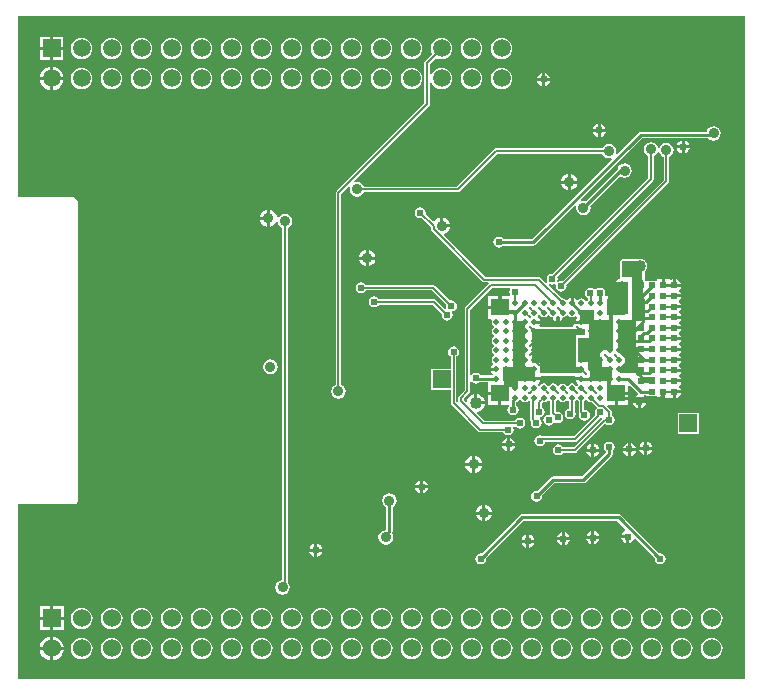
<source format=gbl>
%FSLAX25Y25*%
%MOIN*%
G70*
G01*
G75*
G04 Layer_Physical_Order=2*
G04 Layer_Color=16711680*
%ADD10R,0.02362X0.01969*%
%ADD11R,0.01969X0.02362*%
%ADD12R,0.03937X0.03937*%
%ADD13R,0.02756X0.05118*%
%ADD14O,0.09843X0.02756*%
%ADD15O,0.00984X0.08709*%
%ADD16R,0.02165X0.05709*%
%ADD17R,0.02165X0.05709*%
%ADD18R,0.05709X0.02165*%
%ADD19R,0.05709X0.02165*%
%ADD20R,0.05500X0.05500*%
%ADD21C,0.00600*%
%ADD22C,0.01000*%
%ADD23R,0.04016X0.47795*%
%ADD24R,0.19930X0.02835*%
%ADD25R,0.05709X0.11535*%
%ADD26R,0.11693X0.05748*%
%ADD27R,0.09685X0.11614*%
%ADD28R,0.10354X0.24724*%
%ADD29R,0.03976X0.38622*%
%ADD30R,0.07756X0.05591*%
%ADD31R,0.02795X0.25433*%
%ADD32R,0.11102X0.04685*%
%ADD33R,0.22165X0.17244*%
%ADD34R,0.18858X0.15748*%
%ADD35R,0.03150X0.09449*%
%ADD36R,0.06299X0.06299*%
%ADD37R,0.04331X0.03937*%
%ADD38R,0.14756X0.04150*%
%ADD39C,0.04000*%
%ADD40C,0.05906*%
%ADD41R,0.05906X0.05906*%
%ADD42R,0.06000X0.06000*%
%ADD43C,0.06000*%
%ADD44C,0.02400*%
%ADD45C,0.01181*%
%ADD46C,0.03600*%
%ADD47R,0.06102X0.05512*%
%ADD48C,0.01969*%
%ADD49R,0.06732X0.10591*%
%ADD50R,0.03740X0.01811*%
%ADD51R,0.01614X0.03150*%
%ADD52R,0.01811X0.06772*%
%ADD53R,0.04134X0.15748*%
%ADD54R,0.05118X0.03150*%
%ADD55R,0.10827X0.05079*%
%ADD56R,0.04764X0.03898*%
%ADD57R,0.07559X0.05039*%
%ADD58R,0.07323X0.08110*%
%ADD59R,0.08425X0.10433*%
%ADD60R,0.04882X0.04803*%
%ADD61R,0.07008X0.05315*%
%ADD62R,0.03701X0.18425*%
%ADD63R,0.06299X0.10630*%
%ADD64R,0.04724X0.02362*%
%ADD65R,0.06299X0.01969*%
%ADD66R,0.12165X0.03661*%
%ADD67R,0.14488X0.02402*%
%ADD68R,0.05236X0.01969*%
%ADD69R,0.14724X0.11417*%
G36*
X243047Y988D02*
X847D01*
Y59346D01*
X19617D01*
X19969Y59416D01*
X20266Y59615D01*
X20372Y59721D01*
X20571Y60018D01*
X20583Y60077D01*
X20641Y60370D01*
Y160284D01*
X20571Y160635D01*
X20372Y160933D01*
X19835Y161470D01*
X19537Y161669D01*
X19186Y161739D01*
X953D01*
Y222042D01*
X243047D01*
Y988D01*
D02*
G37*
%LPC*%
G36*
X172931Y46587D02*
X171287D01*
Y44943D01*
X171646Y45014D01*
X172373Y45500D01*
X172860Y46228D01*
X172931Y46587D01*
D02*
G37*
G36*
X182050Y47404D02*
X180406D01*
X180478Y47046D01*
X180964Y46318D01*
X181692Y45832D01*
X182050Y45761D01*
Y47404D01*
D02*
G37*
G36*
X170287Y46587D02*
X168644D01*
X168715Y46228D01*
X169201Y45500D01*
X169929Y45014D01*
X170287Y44943D01*
Y46587D01*
D02*
G37*
G36*
X99539Y46238D02*
X99181Y46167D01*
X98453Y45681D01*
X97967Y44953D01*
X97896Y44594D01*
X99539D01*
Y46238D01*
D02*
G37*
G36*
X100539D02*
Y44594D01*
X102183D01*
X102112Y44953D01*
X101626Y45681D01*
X100898Y46167D01*
X100539Y46238D01*
D02*
G37*
G36*
X184694Y47404D02*
X183050D01*
Y45761D01*
X183408Y45832D01*
X184136Y46318D01*
X184622Y47046D01*
X184694Y47404D01*
D02*
G37*
G36*
X203594Y48083D02*
X201951D01*
X202022Y47724D01*
X202508Y46997D01*
X203236Y46510D01*
X203594Y46439D01*
Y48083D01*
D02*
G37*
G36*
X170287Y49230D02*
X169929Y49159D01*
X169201Y48673D01*
X168715Y47945D01*
X168644Y47587D01*
X170287D01*
Y49230D01*
D02*
G37*
G36*
X194536Y47737D02*
X192893D01*
Y46094D01*
X193251Y46165D01*
X193979Y46651D01*
X194465Y47379D01*
X194536Y47737D01*
D02*
G37*
G36*
X124563Y63030D02*
X123626Y62844D01*
X122832Y62313D01*
X122302Y61519D01*
X122116Y60583D01*
X122302Y59646D01*
X122832Y58852D01*
X123441Y58446D01*
Y50854D01*
X123389Y50811D01*
X122452Y50625D01*
X121658Y50094D01*
X121128Y49300D01*
X120942Y48364D01*
X121128Y47428D01*
X121658Y46634D01*
X122452Y46103D01*
X123389Y45917D01*
X124325Y46103D01*
X125119Y46634D01*
X125649Y47428D01*
X125836Y48364D01*
X125649Y49300D01*
X125427Y49633D01*
X125599Y49890D01*
X125684Y50320D01*
Y58446D01*
X126293Y58852D01*
X126823Y59646D01*
X127010Y60583D01*
X126823Y61519D01*
X126293Y62313D01*
X125499Y62844D01*
X124563Y63030D01*
D02*
G37*
G36*
X191893Y47737D02*
X190249D01*
X190320Y47379D01*
X190806Y46651D01*
X191534Y46165D01*
X191893Y46094D01*
Y47737D01*
D02*
G37*
G36*
X212000Y24928D02*
X211061Y24804D01*
X210185Y24442D01*
X209433Y23865D01*
X208856Y23112D01*
X208493Y22237D01*
X208369Y21297D01*
X208493Y20357D01*
X208856Y19481D01*
X209433Y18729D01*
X210185Y18152D01*
X211061Y17790D01*
X212000Y17666D01*
X212940Y17790D01*
X213816Y18152D01*
X214568Y18729D01*
X215145Y19481D01*
X215508Y20357D01*
X215632Y21297D01*
X215508Y22237D01*
X215145Y23112D01*
X214568Y23865D01*
X213816Y24442D01*
X212940Y24804D01*
X212000Y24928D01*
D02*
G37*
G36*
X222001D02*
X221061Y24804D01*
X220185Y24442D01*
X219433Y23865D01*
X218856Y23112D01*
X218493Y22237D01*
X218369Y21297D01*
X218493Y20357D01*
X218856Y19481D01*
X219433Y18729D01*
X220185Y18152D01*
X221061Y17790D01*
X222001Y17666D01*
X222940Y17790D01*
X223816Y18152D01*
X224568Y18729D01*
X225145Y19481D01*
X225508Y20357D01*
X225631Y21297D01*
X225508Y22237D01*
X225145Y23112D01*
X224568Y23865D01*
X223816Y24442D01*
X222940Y24804D01*
X222001Y24928D01*
D02*
G37*
G36*
X202000D02*
X201061Y24804D01*
X200185Y24442D01*
X199433Y23865D01*
X198856Y23112D01*
X198493Y22237D01*
X198369Y21297D01*
X198493Y20357D01*
X198856Y19481D01*
X199433Y18729D01*
X200185Y18152D01*
X201061Y17790D01*
X202000Y17666D01*
X202940Y17790D01*
X203816Y18152D01*
X204568Y18729D01*
X205145Y19481D01*
X205508Y20357D01*
X205631Y21297D01*
X205508Y22237D01*
X205145Y23112D01*
X204568Y23865D01*
X203816Y24442D01*
X202940Y24804D01*
X202000Y24928D01*
D02*
G37*
G36*
X182001D02*
X181061Y24804D01*
X180185Y24442D01*
X179433Y23865D01*
X178856Y23112D01*
X178493Y22237D01*
X178369Y21297D01*
X178493Y20357D01*
X178856Y19481D01*
X179433Y18729D01*
X180185Y18152D01*
X181061Y17790D01*
X182001Y17666D01*
X182940Y17790D01*
X183816Y18152D01*
X184568Y18729D01*
X185145Y19481D01*
X185508Y20357D01*
X185632Y21297D01*
X185508Y22237D01*
X185145Y23112D01*
X184568Y23865D01*
X183816Y24442D01*
X182940Y24804D01*
X182001Y24928D01*
D02*
G37*
G36*
X192000D02*
X191061Y24804D01*
X190185Y24442D01*
X189433Y23865D01*
X188856Y23112D01*
X188493Y22237D01*
X188369Y21297D01*
X188493Y20357D01*
X188856Y19481D01*
X189433Y18729D01*
X190185Y18152D01*
X191061Y17790D01*
X192000Y17666D01*
X192940Y17790D01*
X193816Y18152D01*
X194568Y18729D01*
X195145Y19481D01*
X195508Y20357D01*
X195632Y21297D01*
X195508Y22237D01*
X195145Y23112D01*
X194568Y23865D01*
X193816Y24442D01*
X192940Y24804D01*
X192000Y24928D01*
D02*
G37*
G36*
X232000D02*
X231061Y24804D01*
X230185Y24442D01*
X229433Y23865D01*
X228856Y23112D01*
X228493Y22237D01*
X228369Y21297D01*
X228493Y20357D01*
X228856Y19481D01*
X229433Y18729D01*
X230185Y18152D01*
X231061Y17790D01*
X232000Y17666D01*
X232940Y17790D01*
X233816Y18152D01*
X234568Y18729D01*
X235145Y19481D01*
X235508Y20357D01*
X235631Y21297D01*
X235508Y22237D01*
X235145Y23112D01*
X234568Y23865D01*
X233816Y24442D01*
X232940Y24804D01*
X232000Y24928D01*
D02*
G37*
G36*
X99539Y43595D02*
X97896D01*
X97967Y43236D01*
X98453Y42508D01*
X99181Y42022D01*
X99539Y41951D01*
Y43595D01*
D02*
G37*
G36*
X102183D02*
X100539D01*
Y41951D01*
X100898Y42022D01*
X101626Y42508D01*
X102112Y43236D01*
X102183Y43595D01*
D02*
G37*
G36*
X84744Y157448D02*
Y154690D01*
Y151932D01*
X84975Y151962D01*
X85656Y152244D01*
X86241Y152693D01*
X86690Y153278D01*
X86819Y153590D01*
X87317Y153541D01*
X87464Y152804D01*
X87994Y152010D01*
X88788Y151479D01*
X88807Y151476D01*
Y34059D01*
X88079Y33914D01*
X87286Y33384D01*
X86755Y32590D01*
X86569Y31653D01*
X86755Y30717D01*
X87286Y29923D01*
X88079Y29393D01*
X89016Y29206D01*
X89952Y29393D01*
X90746Y29923D01*
X91277Y30717D01*
X91463Y31653D01*
X91277Y32590D01*
X90746Y33384D01*
X90642Y33453D01*
Y151476D01*
X90661Y151479D01*
X91455Y152010D01*
X91985Y152804D01*
X92171Y153740D01*
X91985Y154677D01*
X91455Y155471D01*
X90661Y156001D01*
X89724Y156187D01*
X88788Y156001D01*
X87994Y155471D01*
X87715Y155052D01*
X87215Y155053D01*
X86972Y155421D01*
Y155421D01*
X86972Y155421D01*
X86690Y156102D01*
X86241Y156687D01*
X85656Y157136D01*
X84975Y157418D01*
X84744Y157448D01*
D02*
G37*
G36*
X11501Y25297D02*
X8000D01*
Y21797D01*
X11501D01*
Y25297D01*
D02*
G37*
G36*
X16001D02*
X12501D01*
Y21797D01*
X16001D01*
Y25297D01*
D02*
G37*
G36*
X197907Y80258D02*
X197204Y80118D01*
X196609Y79721D01*
X196211Y79125D01*
X196072Y78423D01*
X196211Y77721D01*
X196609Y77125D01*
X196668Y77086D01*
X196717Y76588D01*
X188782Y68653D01*
X179130D01*
X178701Y68568D01*
X178337Y68325D01*
X178337Y68325D01*
X173837Y63825D01*
X173630Y63867D01*
X172927Y63727D01*
X172332Y63329D01*
X171934Y62734D01*
X171794Y62031D01*
X171934Y61329D01*
X172332Y60734D01*
X172927Y60336D01*
X173630Y60196D01*
X174332Y60336D01*
X174927Y60734D01*
X175325Y61329D01*
X175465Y62031D01*
X175424Y62239D01*
X179594Y66410D01*
X189246D01*
X189246Y66410D01*
X189676Y66495D01*
X190040Y66738D01*
X198700Y75399D01*
X198700Y75399D01*
X198943Y75763D01*
X199028Y76192D01*
X199028Y76192D01*
Y77007D01*
X199205Y77125D01*
X199602Y77721D01*
X199742Y78423D01*
X199602Y79125D01*
X199205Y79721D01*
X198609Y80118D01*
X197907Y80258D01*
D02*
G37*
G36*
X152129Y72161D02*
X149871D01*
X149901Y71930D01*
X150183Y71249D01*
X150632Y70664D01*
X151217Y70215D01*
X151898Y69933D01*
X152129Y69903D01*
Y72161D01*
D02*
G37*
G36*
X135815Y67340D02*
Y65697D01*
X137459D01*
X137387Y66055D01*
X136901Y66783D01*
X136173Y67269D01*
X135815Y67340D01*
D02*
G37*
G36*
X137459Y64697D02*
X135815D01*
Y63053D01*
X136173Y63125D01*
X136901Y63611D01*
X137387Y64338D01*
X137459Y64697D01*
D02*
G37*
G36*
X134815Y67340D02*
X134457Y67269D01*
X133729Y66783D01*
X133243Y66055D01*
X133171Y65697D01*
X134815D01*
Y67340D01*
D02*
G37*
G36*
X155387Y72161D02*
X153129D01*
Y69903D01*
X153360Y69933D01*
X154041Y70215D01*
X154626Y70664D01*
X155075Y71249D01*
X155357Y71930D01*
X155387Y72161D01*
D02*
G37*
G36*
X194547Y76902D02*
X192903D01*
Y75258D01*
X193262Y75330D01*
X193989Y75816D01*
X194476Y76543D01*
X194547Y76902D01*
D02*
G37*
G36*
X204106Y77138D02*
X202463D01*
X202534Y76779D01*
X203020Y76052D01*
X203748Y75565D01*
X204106Y75494D01*
Y77138D01*
D02*
G37*
G36*
X191903Y76902D02*
X190260D01*
X190331Y76543D01*
X190817Y75816D01*
X191545Y75330D01*
X191903Y75258D01*
Y76902D01*
D02*
G37*
G36*
X152129Y75420D02*
X151898Y75389D01*
X151217Y75107D01*
X150632Y74658D01*
X150183Y74073D01*
X149901Y73392D01*
X149871Y73161D01*
X152129D01*
Y75420D01*
D02*
G37*
G36*
X153129D02*
Y73161D01*
X155387D01*
X155357Y73392D01*
X155075Y74073D01*
X154626Y74658D01*
X154041Y75107D01*
X153360Y75389D01*
X153129Y75420D01*
D02*
G37*
G36*
X191893Y50381D02*
X191534Y50310D01*
X190806Y49823D01*
X190320Y49096D01*
X190249Y48737D01*
X191893D01*
Y50381D01*
D02*
G37*
G36*
X192893D02*
Y48737D01*
X194536D01*
X194465Y49096D01*
X193979Y49823D01*
X193251Y50310D01*
X192893Y50381D01*
D02*
G37*
G36*
X183050Y50048D02*
Y48404D01*
X184694D01*
X184622Y48763D01*
X184136Y49490D01*
X183408Y49977D01*
X183050Y50048D01*
D02*
G37*
G36*
X171287Y49230D02*
Y47587D01*
X172931D01*
X172860Y47945D01*
X172373Y48673D01*
X171646Y49159D01*
X171287Y49230D01*
D02*
G37*
G36*
X182050Y50048D02*
X181692Y49977D01*
X180964Y49490D01*
X180478Y48763D01*
X180406Y48404D01*
X182050D01*
Y50048D01*
D02*
G37*
G36*
X155602Y55917D02*
X153344D01*
X153374Y55686D01*
X153657Y55005D01*
X154105Y54420D01*
X154690Y53971D01*
X155371Y53689D01*
X155602Y53659D01*
Y55917D01*
D02*
G37*
G36*
X156602Y59176D02*
Y56917D01*
X158861D01*
X158830Y57148D01*
X158548Y57829D01*
X158099Y58414D01*
X157514Y58863D01*
X156833Y59145D01*
X156602Y59176D01*
D02*
G37*
G36*
X134815Y64697D02*
X133171D01*
X133243Y64338D01*
X133729Y63611D01*
X134457Y63125D01*
X134815Y63053D01*
Y64697D01*
D02*
G37*
G36*
X155602Y59176D02*
X155371Y59145D01*
X154690Y58863D01*
X154105Y58414D01*
X153657Y57829D01*
X153374Y57148D01*
X153344Y56917D01*
X155602D01*
Y59176D01*
D02*
G37*
G36*
X158861Y55917D02*
X156602D01*
Y53659D01*
X156833Y53689D01*
X157514Y53971D01*
X158099Y54420D01*
X158548Y55005D01*
X158830Y55686D01*
X158861Y55917D01*
D02*
G37*
G36*
X200997Y56123D02*
X200997Y56123D01*
X168827D01*
X168827Y56123D01*
X168398Y56038D01*
X168034Y55794D01*
X155199Y42959D01*
X154991Y43000D01*
X154289Y42861D01*
X153693Y42463D01*
X153295Y41868D01*
X153156Y41165D01*
X153295Y40463D01*
X153693Y39867D01*
X154289Y39470D01*
X154991Y39330D01*
X155693Y39470D01*
X156289Y39867D01*
X156687Y40463D01*
X156826Y41165D01*
X156785Y41373D01*
X169292Y53880D01*
X200533D01*
X203270Y51143D01*
X203221Y50645D01*
X202508Y50169D01*
X202022Y49441D01*
X201951Y49083D01*
X204095D01*
Y48583D01*
X204594D01*
Y46439D01*
X204953Y46510D01*
X205681Y46997D01*
X206157Y47709D01*
X206654Y47758D01*
X213040Y41373D01*
X212998Y41165D01*
X213138Y40463D01*
X213536Y39867D01*
X214131Y39470D01*
X214833Y39330D01*
X215536Y39470D01*
X216131Y39867D01*
X216529Y40463D01*
X216669Y41165D01*
X216529Y41868D01*
X216131Y42463D01*
X215536Y42861D01*
X214833Y43000D01*
X214626Y42959D01*
X201790Y55794D01*
X201427Y56038D01*
X200997Y56123D01*
D02*
G37*
G36*
X142000Y14928D02*
X141061Y14804D01*
X140185Y14442D01*
X139433Y13864D01*
X138856Y13113D01*
X138493Y12237D01*
X138369Y11297D01*
X138493Y10357D01*
X138856Y9481D01*
X139433Y8729D01*
X140185Y8152D01*
X141061Y7790D01*
X142000Y7666D01*
X142940Y7790D01*
X143816Y8152D01*
X144568Y8729D01*
X145145Y9481D01*
X145508Y10357D01*
X145632Y11297D01*
X145508Y12237D01*
X145145Y13113D01*
X144568Y13864D01*
X143816Y14442D01*
X142940Y14804D01*
X142000Y14928D01*
D02*
G37*
G36*
X152000D02*
X151061Y14804D01*
X150185Y14442D01*
X149433Y13864D01*
X148856Y13113D01*
X148493Y12237D01*
X148369Y11297D01*
X148493Y10357D01*
X148856Y9481D01*
X149433Y8729D01*
X150185Y8152D01*
X151061Y7790D01*
X152000Y7666D01*
X152940Y7790D01*
X153816Y8152D01*
X154568Y8729D01*
X155145Y9481D01*
X155508Y10357D01*
X155631Y11297D01*
X155508Y12237D01*
X155145Y13113D01*
X154568Y13864D01*
X153816Y14442D01*
X152940Y14804D01*
X152000Y14928D01*
D02*
G37*
G36*
X132001D02*
X131061Y14804D01*
X130185Y14442D01*
X129433Y13864D01*
X128856Y13113D01*
X128493Y12237D01*
X128369Y11297D01*
X128493Y10357D01*
X128856Y9481D01*
X129433Y8729D01*
X130185Y8152D01*
X131061Y7790D01*
X132001Y7666D01*
X132940Y7790D01*
X133816Y8152D01*
X134568Y8729D01*
X135145Y9481D01*
X135508Y10357D01*
X135632Y11297D01*
X135508Y12237D01*
X135145Y13113D01*
X134568Y13864D01*
X133816Y14442D01*
X132940Y14804D01*
X132001Y14928D01*
D02*
G37*
G36*
X112001D02*
X111061Y14804D01*
X110185Y14442D01*
X109433Y13864D01*
X108856Y13113D01*
X108493Y12237D01*
X108369Y11297D01*
X108493Y10357D01*
X108856Y9481D01*
X109433Y8729D01*
X110185Y8152D01*
X111061Y7790D01*
X112001Y7666D01*
X112940Y7790D01*
X113816Y8152D01*
X114568Y8729D01*
X115145Y9481D01*
X115508Y10357D01*
X115631Y11297D01*
X115508Y12237D01*
X115145Y13113D01*
X114568Y13864D01*
X113816Y14442D01*
X112940Y14804D01*
X112001Y14928D01*
D02*
G37*
G36*
X122001D02*
X121061Y14804D01*
X120185Y14442D01*
X119433Y13864D01*
X118856Y13113D01*
X118493Y12237D01*
X118369Y11297D01*
X118493Y10357D01*
X118856Y9481D01*
X119433Y8729D01*
X120185Y8152D01*
X121061Y7790D01*
X122001Y7666D01*
X122940Y7790D01*
X123816Y8152D01*
X124568Y8729D01*
X125145Y9481D01*
X125508Y10357D01*
X125631Y11297D01*
X125508Y12237D01*
X125145Y13113D01*
X124568Y13864D01*
X123816Y14442D01*
X122940Y14804D01*
X122001Y14928D01*
D02*
G37*
G36*
X162001D02*
X161061Y14804D01*
X160185Y14442D01*
X159433Y13864D01*
X158856Y13113D01*
X158493Y12237D01*
X158369Y11297D01*
X158493Y10357D01*
X158856Y9481D01*
X159433Y8729D01*
X160185Y8152D01*
X161061Y7790D01*
X162001Y7666D01*
X162940Y7790D01*
X163816Y8152D01*
X164568Y8729D01*
X165145Y9481D01*
X165508Y10357D01*
X165631Y11297D01*
X165508Y12237D01*
X165145Y13113D01*
X164568Y13864D01*
X163816Y14442D01*
X162940Y14804D01*
X162001Y14928D01*
D02*
G37*
G36*
X202000D02*
X201061Y14804D01*
X200185Y14442D01*
X199433Y13864D01*
X198856Y13113D01*
X198493Y12237D01*
X198369Y11297D01*
X198493Y10357D01*
X198856Y9481D01*
X199433Y8729D01*
X200185Y8152D01*
X201061Y7790D01*
X202000Y7666D01*
X202940Y7790D01*
X203816Y8152D01*
X204568Y8729D01*
X205145Y9481D01*
X205508Y10357D01*
X205631Y11297D01*
X205508Y12237D01*
X205145Y13113D01*
X204568Y13864D01*
X203816Y14442D01*
X202940Y14804D01*
X202000Y14928D01*
D02*
G37*
G36*
X212000D02*
X211061Y14804D01*
X210185Y14442D01*
X209433Y13864D01*
X208856Y13113D01*
X208493Y12237D01*
X208369Y11297D01*
X208493Y10357D01*
X208856Y9481D01*
X209433Y8729D01*
X210185Y8152D01*
X211061Y7790D01*
X212000Y7666D01*
X212940Y7790D01*
X213816Y8152D01*
X214568Y8729D01*
X215145Y9481D01*
X215508Y10357D01*
X215632Y11297D01*
X215508Y12237D01*
X215145Y13113D01*
X214568Y13864D01*
X213816Y14442D01*
X212940Y14804D01*
X212000Y14928D01*
D02*
G37*
G36*
X192000D02*
X191061Y14804D01*
X190185Y14442D01*
X189433Y13864D01*
X188856Y13113D01*
X188493Y12237D01*
X188369Y11297D01*
X188493Y10357D01*
X188856Y9481D01*
X189433Y8729D01*
X190185Y8152D01*
X191061Y7790D01*
X192000Y7666D01*
X192940Y7790D01*
X193816Y8152D01*
X194568Y8729D01*
X195145Y9481D01*
X195508Y10357D01*
X195632Y11297D01*
X195508Y12237D01*
X195145Y13113D01*
X194568Y13864D01*
X193816Y14442D01*
X192940Y14804D01*
X192000Y14928D01*
D02*
G37*
G36*
X172001D02*
X171061Y14804D01*
X170185Y14442D01*
X169433Y13864D01*
X168856Y13113D01*
X168493Y12237D01*
X168369Y11297D01*
X168493Y10357D01*
X168856Y9481D01*
X169433Y8729D01*
X170185Y8152D01*
X171061Y7790D01*
X172001Y7666D01*
X172940Y7790D01*
X173816Y8152D01*
X174568Y8729D01*
X175145Y9481D01*
X175508Y10357D01*
X175631Y11297D01*
X175508Y12237D01*
X175145Y13113D01*
X174568Y13864D01*
X173816Y14442D01*
X172940Y14804D01*
X172001Y14928D01*
D02*
G37*
G36*
X182001D02*
X181061Y14804D01*
X180185Y14442D01*
X179433Y13864D01*
X178856Y13113D01*
X178493Y12237D01*
X178369Y11297D01*
X178493Y10357D01*
X178856Y9481D01*
X179433Y8729D01*
X180185Y8152D01*
X181061Y7790D01*
X182001Y7666D01*
X182940Y7790D01*
X183816Y8152D01*
X184568Y8729D01*
X185145Y9481D01*
X185508Y10357D01*
X185632Y11297D01*
X185508Y12237D01*
X185145Y13113D01*
X184568Y13864D01*
X183816Y14442D01*
X182940Y14804D01*
X182001Y14928D01*
D02*
G37*
G36*
X32000D02*
X31061Y14804D01*
X30185Y14442D01*
X29433Y13864D01*
X28856Y13113D01*
X28493Y12237D01*
X28369Y11297D01*
X28493Y10357D01*
X28856Y9481D01*
X29433Y8729D01*
X30185Y8152D01*
X31061Y7790D01*
X32000Y7666D01*
X32940Y7790D01*
X33816Y8152D01*
X34568Y8729D01*
X35145Y9481D01*
X35508Y10357D01*
X35631Y11297D01*
X35508Y12237D01*
X35145Y13113D01*
X34568Y13864D01*
X33816Y14442D01*
X32940Y14804D01*
X32000Y14928D01*
D02*
G37*
G36*
X42000D02*
X41061Y14804D01*
X40185Y14442D01*
X39433Y13864D01*
X38856Y13113D01*
X38493Y12237D01*
X38369Y11297D01*
X38493Y10357D01*
X38856Y9481D01*
X39433Y8729D01*
X40185Y8152D01*
X41061Y7790D01*
X42000Y7666D01*
X42940Y7790D01*
X43816Y8152D01*
X44568Y8729D01*
X45145Y9481D01*
X45508Y10357D01*
X45632Y11297D01*
X45508Y12237D01*
X45145Y13113D01*
X44568Y13864D01*
X43816Y14442D01*
X42940Y14804D01*
X42000Y14928D01*
D02*
G37*
G36*
X22001D02*
X21061Y14804D01*
X20185Y14442D01*
X19433Y13864D01*
X18856Y13113D01*
X18493Y12237D01*
X18369Y11297D01*
X18493Y10357D01*
X18856Y9481D01*
X19433Y8729D01*
X20185Y8152D01*
X21061Y7790D01*
X22001Y7666D01*
X22940Y7790D01*
X23816Y8152D01*
X24568Y8729D01*
X25145Y9481D01*
X25508Y10357D01*
X25631Y11297D01*
X25508Y12237D01*
X25145Y13113D01*
X24568Y13864D01*
X23816Y14442D01*
X22940Y14804D01*
X22001Y14928D01*
D02*
G37*
G36*
X11501Y10797D02*
X8032D01*
X8103Y10253D01*
X8506Y9280D01*
X9148Y8444D01*
X9983Y7803D01*
X10956Y7400D01*
X11501Y7328D01*
Y10797D01*
D02*
G37*
G36*
X15969D02*
X12501D01*
Y7328D01*
X13045Y7400D01*
X14018Y7803D01*
X14853Y8444D01*
X15495Y9280D01*
X15898Y10253D01*
X15969Y10797D01*
D02*
G37*
G36*
X52000Y14928D02*
X51061Y14804D01*
X50185Y14442D01*
X49433Y13864D01*
X48856Y13113D01*
X48493Y12237D01*
X48369Y11297D01*
X48493Y10357D01*
X48856Y9481D01*
X49433Y8729D01*
X50185Y8152D01*
X51061Y7790D01*
X52000Y7666D01*
X52940Y7790D01*
X53816Y8152D01*
X54568Y8729D01*
X55145Y9481D01*
X55508Y10357D01*
X55632Y11297D01*
X55508Y12237D01*
X55145Y13113D01*
X54568Y13864D01*
X53816Y14442D01*
X52940Y14804D01*
X52000Y14928D01*
D02*
G37*
G36*
X92001D02*
X91061Y14804D01*
X90185Y14442D01*
X89433Y13864D01*
X88856Y13113D01*
X88493Y12237D01*
X88369Y11297D01*
X88493Y10357D01*
X88856Y9481D01*
X89433Y8729D01*
X90185Y8152D01*
X91061Y7790D01*
X92001Y7666D01*
X92940Y7790D01*
X93816Y8152D01*
X94568Y8729D01*
X95145Y9481D01*
X95508Y10357D01*
X95631Y11297D01*
X95508Y12237D01*
X95145Y13113D01*
X94568Y13864D01*
X93816Y14442D01*
X92940Y14804D01*
X92001Y14928D01*
D02*
G37*
G36*
X102000D02*
X101061Y14804D01*
X100185Y14442D01*
X99433Y13864D01*
X98856Y13113D01*
X98493Y12237D01*
X98369Y11297D01*
X98493Y10357D01*
X98856Y9481D01*
X99433Y8729D01*
X100185Y8152D01*
X101061Y7790D01*
X102000Y7666D01*
X102940Y7790D01*
X103816Y8152D01*
X104568Y8729D01*
X105145Y9481D01*
X105508Y10357D01*
X105631Y11297D01*
X105508Y12237D01*
X105145Y13113D01*
X104568Y13864D01*
X103816Y14442D01*
X102940Y14804D01*
X102000Y14928D01*
D02*
G37*
G36*
X82000D02*
X81061Y14804D01*
X80185Y14442D01*
X79433Y13864D01*
X78856Y13113D01*
X78493Y12237D01*
X78369Y11297D01*
X78493Y10357D01*
X78856Y9481D01*
X79433Y8729D01*
X80185Y8152D01*
X81061Y7790D01*
X82000Y7666D01*
X82940Y7790D01*
X83816Y8152D01*
X84568Y8729D01*
X85145Y9481D01*
X85508Y10357D01*
X85632Y11297D01*
X85508Y12237D01*
X85145Y13113D01*
X84568Y13864D01*
X83816Y14442D01*
X82940Y14804D01*
X82000Y14928D01*
D02*
G37*
G36*
X62001D02*
X61061Y14804D01*
X60185Y14442D01*
X59433Y13864D01*
X58856Y13113D01*
X58493Y12237D01*
X58369Y11297D01*
X58493Y10357D01*
X58856Y9481D01*
X59433Y8729D01*
X60185Y8152D01*
X61061Y7790D01*
X62001Y7666D01*
X62940Y7790D01*
X63816Y8152D01*
X64568Y8729D01*
X65145Y9481D01*
X65508Y10357D01*
X65632Y11297D01*
X65508Y12237D01*
X65145Y13113D01*
X64568Y13864D01*
X63816Y14442D01*
X62940Y14804D01*
X62001Y14928D01*
D02*
G37*
G36*
X72000D02*
X71061Y14804D01*
X70185Y14442D01*
X69433Y13864D01*
X68856Y13113D01*
X68493Y12237D01*
X68369Y11297D01*
X68493Y10357D01*
X68856Y9481D01*
X69433Y8729D01*
X70185Y8152D01*
X71061Y7790D01*
X72000Y7666D01*
X72940Y7790D01*
X73816Y8152D01*
X74568Y8729D01*
X75145Y9481D01*
X75508Y10357D01*
X75631Y11297D01*
X75508Y12237D01*
X75145Y13113D01*
X74568Y13864D01*
X73816Y14442D01*
X72940Y14804D01*
X72000Y14928D01*
D02*
G37*
G36*
X102000Y24928D02*
X101061Y24804D01*
X100185Y24442D01*
X99433Y23865D01*
X98856Y23112D01*
X98493Y22237D01*
X98369Y21297D01*
X98493Y20357D01*
X98856Y19481D01*
X99433Y18729D01*
X100185Y18152D01*
X101061Y17790D01*
X102000Y17666D01*
X102940Y17790D01*
X103816Y18152D01*
X104568Y18729D01*
X105145Y19481D01*
X105508Y20357D01*
X105631Y21297D01*
X105508Y22237D01*
X105145Y23112D01*
X104568Y23865D01*
X103816Y24442D01*
X102940Y24804D01*
X102000Y24928D01*
D02*
G37*
G36*
X112001D02*
X111061Y24804D01*
X110185Y24442D01*
X109433Y23865D01*
X108856Y23112D01*
X108493Y22237D01*
X108369Y21297D01*
X108493Y20357D01*
X108856Y19481D01*
X109433Y18729D01*
X110185Y18152D01*
X111061Y17790D01*
X112001Y17666D01*
X112940Y17790D01*
X113816Y18152D01*
X114568Y18729D01*
X115145Y19481D01*
X115508Y20357D01*
X115631Y21297D01*
X115508Y22237D01*
X115145Y23112D01*
X114568Y23865D01*
X113816Y24442D01*
X112940Y24804D01*
X112001Y24928D01*
D02*
G37*
G36*
X92001D02*
X91061Y24804D01*
X90185Y24442D01*
X89433Y23865D01*
X88856Y23112D01*
X88493Y22237D01*
X88369Y21297D01*
X88493Y20357D01*
X88856Y19481D01*
X89433Y18729D01*
X90185Y18152D01*
X91061Y17790D01*
X92001Y17666D01*
X92940Y17790D01*
X93816Y18152D01*
X94568Y18729D01*
X95145Y19481D01*
X95508Y20357D01*
X95631Y21297D01*
X95508Y22237D01*
X95145Y23112D01*
X94568Y23865D01*
X93816Y24442D01*
X92940Y24804D01*
X92001Y24928D01*
D02*
G37*
G36*
X72000D02*
X71061Y24804D01*
X70185Y24442D01*
X69433Y23865D01*
X68856Y23112D01*
X68493Y22237D01*
X68369Y21297D01*
X68493Y20357D01*
X68856Y19481D01*
X69433Y18729D01*
X70185Y18152D01*
X71061Y17790D01*
X72000Y17666D01*
X72940Y17790D01*
X73816Y18152D01*
X74568Y18729D01*
X75145Y19481D01*
X75508Y20357D01*
X75631Y21297D01*
X75508Y22237D01*
X75145Y23112D01*
X74568Y23865D01*
X73816Y24442D01*
X72940Y24804D01*
X72000Y24928D01*
D02*
G37*
G36*
X82000D02*
X81061Y24804D01*
X80185Y24442D01*
X79433Y23865D01*
X78856Y23112D01*
X78493Y22237D01*
X78369Y21297D01*
X78493Y20357D01*
X78856Y19481D01*
X79433Y18729D01*
X80185Y18152D01*
X81061Y17790D01*
X82000Y17666D01*
X82940Y17790D01*
X83816Y18152D01*
X84568Y18729D01*
X85145Y19481D01*
X85508Y20357D01*
X85632Y21297D01*
X85508Y22237D01*
X85145Y23112D01*
X84568Y23865D01*
X83816Y24442D01*
X82940Y24804D01*
X82000Y24928D01*
D02*
G37*
G36*
X122001D02*
X121061Y24804D01*
X120185Y24442D01*
X119433Y23865D01*
X118856Y23112D01*
X118493Y22237D01*
X118369Y21297D01*
X118493Y20357D01*
X118856Y19481D01*
X119433Y18729D01*
X120185Y18152D01*
X121061Y17790D01*
X122001Y17666D01*
X122940Y17790D01*
X123816Y18152D01*
X124568Y18729D01*
X125145Y19481D01*
X125508Y20357D01*
X125631Y21297D01*
X125508Y22237D01*
X125145Y23112D01*
X124568Y23865D01*
X123816Y24442D01*
X122940Y24804D01*
X122001Y24928D01*
D02*
G37*
G36*
X162001D02*
X161061Y24804D01*
X160185Y24442D01*
X159433Y23865D01*
X158856Y23112D01*
X158493Y22237D01*
X158369Y21297D01*
X158493Y20357D01*
X158856Y19481D01*
X159433Y18729D01*
X160185Y18152D01*
X161061Y17790D01*
X162001Y17666D01*
X162940Y17790D01*
X163816Y18152D01*
X164568Y18729D01*
X165145Y19481D01*
X165508Y20357D01*
X165631Y21297D01*
X165508Y22237D01*
X165145Y23112D01*
X164568Y23865D01*
X163816Y24442D01*
X162940Y24804D01*
X162001Y24928D01*
D02*
G37*
G36*
X172001D02*
X171061Y24804D01*
X170185Y24442D01*
X169433Y23865D01*
X168856Y23112D01*
X168493Y22237D01*
X168369Y21297D01*
X168493Y20357D01*
X168856Y19481D01*
X169433Y18729D01*
X170185Y18152D01*
X171061Y17790D01*
X172001Y17666D01*
X172940Y17790D01*
X173816Y18152D01*
X174568Y18729D01*
X175145Y19481D01*
X175508Y20357D01*
X175631Y21297D01*
X175508Y22237D01*
X175145Y23112D01*
X174568Y23865D01*
X173816Y24442D01*
X172940Y24804D01*
X172001Y24928D01*
D02*
G37*
G36*
X152000D02*
X151061Y24804D01*
X150185Y24442D01*
X149433Y23865D01*
X148856Y23112D01*
X148493Y22237D01*
X148369Y21297D01*
X148493Y20357D01*
X148856Y19481D01*
X149433Y18729D01*
X150185Y18152D01*
X151061Y17790D01*
X152000Y17666D01*
X152940Y17790D01*
X153816Y18152D01*
X154568Y18729D01*
X155145Y19481D01*
X155508Y20357D01*
X155631Y21297D01*
X155508Y22237D01*
X155145Y23112D01*
X154568Y23865D01*
X153816Y24442D01*
X152940Y24804D01*
X152000Y24928D01*
D02*
G37*
G36*
X132001D02*
X131061Y24804D01*
X130185Y24442D01*
X129433Y23865D01*
X128856Y23112D01*
X128493Y22237D01*
X128369Y21297D01*
X128493Y20357D01*
X128856Y19481D01*
X129433Y18729D01*
X130185Y18152D01*
X131061Y17790D01*
X132001Y17666D01*
X132940Y17790D01*
X133816Y18152D01*
X134568Y18729D01*
X135145Y19481D01*
X135508Y20357D01*
X135632Y21297D01*
X135508Y22237D01*
X135145Y23112D01*
X134568Y23865D01*
X133816Y24442D01*
X132940Y24804D01*
X132001Y24928D01*
D02*
G37*
G36*
X142000D02*
X141061Y24804D01*
X140185Y24442D01*
X139433Y23865D01*
X138856Y23112D01*
X138493Y22237D01*
X138369Y21297D01*
X138493Y20357D01*
X138856Y19481D01*
X139433Y18729D01*
X140185Y18152D01*
X141061Y17790D01*
X142000Y17666D01*
X142940Y17790D01*
X143816Y18152D01*
X144568Y18729D01*
X145145Y19481D01*
X145508Y20357D01*
X145632Y21297D01*
X145508Y22237D01*
X145145Y23112D01*
X144568Y23865D01*
X143816Y24442D01*
X142940Y24804D01*
X142000Y24928D01*
D02*
G37*
G36*
X12501Y15266D02*
Y11797D01*
X15969D01*
X15898Y12341D01*
X15495Y13314D01*
X14853Y14150D01*
X14018Y14791D01*
X13045Y15194D01*
X12501Y15266D01*
D02*
G37*
G36*
X11501Y20797D02*
X8000D01*
Y17297D01*
X11501D01*
Y20797D01*
D02*
G37*
G36*
Y15266D02*
X10956Y15194D01*
X9983Y14791D01*
X9148Y14150D01*
X8506Y13314D01*
X8103Y12341D01*
X8032Y11797D01*
X11501D01*
Y15266D01*
D02*
G37*
G36*
X222001Y14928D02*
X221061Y14804D01*
X220185Y14442D01*
X219433Y13864D01*
X218856Y13113D01*
X218493Y12237D01*
X218369Y11297D01*
X218493Y10357D01*
X218856Y9481D01*
X219433Y8729D01*
X220185Y8152D01*
X221061Y7790D01*
X222001Y7666D01*
X222940Y7790D01*
X223816Y8152D01*
X224568Y8729D01*
X225145Y9481D01*
X225508Y10357D01*
X225631Y11297D01*
X225508Y12237D01*
X225145Y13113D01*
X224568Y13864D01*
X223816Y14442D01*
X222940Y14804D01*
X222001Y14928D01*
D02*
G37*
G36*
X232000D02*
X231061Y14804D01*
X230185Y14442D01*
X229433Y13864D01*
X228856Y13113D01*
X228493Y12237D01*
X228369Y11297D01*
X228493Y10357D01*
X228856Y9481D01*
X229433Y8729D01*
X230185Y8152D01*
X231061Y7790D01*
X232000Y7666D01*
X232940Y7790D01*
X233816Y8152D01*
X234568Y8729D01*
X235145Y9481D01*
X235508Y10357D01*
X235631Y11297D01*
X235508Y12237D01*
X235145Y13113D01*
X234568Y13864D01*
X233816Y14442D01*
X232940Y14804D01*
X232000Y14928D01*
D02*
G37*
G36*
X16001Y20797D02*
X12501D01*
Y17297D01*
X16001D01*
Y20797D01*
D02*
G37*
G36*
X52000Y24928D02*
X51061Y24804D01*
X50185Y24442D01*
X49433Y23865D01*
X48856Y23112D01*
X48493Y22237D01*
X48369Y21297D01*
X48493Y20357D01*
X48856Y19481D01*
X49433Y18729D01*
X50185Y18152D01*
X51061Y17790D01*
X52000Y17666D01*
X52940Y17790D01*
X53816Y18152D01*
X54568Y18729D01*
X55145Y19481D01*
X55508Y20357D01*
X55632Y21297D01*
X55508Y22237D01*
X55145Y23112D01*
X54568Y23865D01*
X53816Y24442D01*
X52940Y24804D01*
X52000Y24928D01*
D02*
G37*
G36*
X62001D02*
X61061Y24804D01*
X60185Y24442D01*
X59433Y23865D01*
X58856Y23112D01*
X58493Y22237D01*
X58369Y21297D01*
X58493Y20357D01*
X58856Y19481D01*
X59433Y18729D01*
X60185Y18152D01*
X61061Y17790D01*
X62001Y17666D01*
X62940Y17790D01*
X63816Y18152D01*
X64568Y18729D01*
X65145Y19481D01*
X65508Y20357D01*
X65632Y21297D01*
X65508Y22237D01*
X65145Y23112D01*
X64568Y23865D01*
X63816Y24442D01*
X62940Y24804D01*
X62001Y24928D01*
D02*
G37*
G36*
X42000D02*
X41061Y24804D01*
X40185Y24442D01*
X39433Y23865D01*
X38856Y23112D01*
X38493Y22237D01*
X38369Y21297D01*
X38493Y20357D01*
X38856Y19481D01*
X39433Y18729D01*
X40185Y18152D01*
X41061Y17790D01*
X42000Y17666D01*
X42940Y17790D01*
X43816Y18152D01*
X44568Y18729D01*
X45145Y19481D01*
X45508Y20357D01*
X45632Y21297D01*
X45508Y22237D01*
X45145Y23112D01*
X44568Y23865D01*
X43816Y24442D01*
X42940Y24804D01*
X42000Y24928D01*
D02*
G37*
G36*
X22001D02*
X21061Y24804D01*
X20185Y24442D01*
X19433Y23865D01*
X18856Y23112D01*
X18493Y22237D01*
X18369Y21297D01*
X18493Y20357D01*
X18856Y19481D01*
X19433Y18729D01*
X20185Y18152D01*
X21061Y17790D01*
X22001Y17666D01*
X22940Y17790D01*
X23816Y18152D01*
X24568Y18729D01*
X25145Y19481D01*
X25508Y20357D01*
X25631Y21297D01*
X25508Y22237D01*
X25145Y23112D01*
X24568Y23865D01*
X23816Y24442D01*
X22940Y24804D01*
X22001Y24928D01*
D02*
G37*
G36*
X32000D02*
X31061Y24804D01*
X30185Y24442D01*
X29433Y23865D01*
X28856Y23112D01*
X28493Y22237D01*
X28369Y21297D01*
X28493Y20357D01*
X28856Y19481D01*
X29433Y18729D01*
X30185Y18152D01*
X31061Y17790D01*
X32000Y17666D01*
X32940Y17790D01*
X33816Y18152D01*
X34568Y18729D01*
X35145Y19481D01*
X35508Y20357D01*
X35631Y21297D01*
X35508Y22237D01*
X35145Y23112D01*
X34568Y23865D01*
X33816Y24442D01*
X32940Y24804D01*
X32000Y24928D01*
D02*
G37*
G36*
X206750Y77138D02*
X205106D01*
Y75494D01*
X205465Y75565D01*
X206192Y76052D01*
X206679Y76779D01*
X206750Y77138D01*
D02*
G37*
G36*
X112000Y204880D02*
X111073Y204758D01*
X110209Y204400D01*
X109467Y203831D01*
X108897Y203089D01*
X108539Y202224D01*
X108417Y201297D01*
X108539Y200370D01*
X108897Y199505D01*
X109467Y198763D01*
X110209Y198194D01*
X111073Y197836D01*
X112000Y197714D01*
X112928Y197836D01*
X113792Y198194D01*
X114534Y198763D01*
X115104Y199505D01*
X115462Y200370D01*
X115584Y201297D01*
X115462Y202224D01*
X115104Y203089D01*
X114534Y203831D01*
X113792Y204400D01*
X112928Y204758D01*
X112000Y204880D01*
D02*
G37*
G36*
X122000D02*
X121073Y204758D01*
X120209Y204400D01*
X119467Y203831D01*
X118897Y203089D01*
X118539Y202224D01*
X118417Y201297D01*
X118539Y200370D01*
X118897Y199505D01*
X119467Y198763D01*
X120209Y198194D01*
X121073Y197836D01*
X122000Y197714D01*
X122928Y197836D01*
X123792Y198194D01*
X124534Y198763D01*
X125104Y199505D01*
X125462Y200370D01*
X125584Y201297D01*
X125462Y202224D01*
X125104Y203089D01*
X124534Y203831D01*
X123792Y204400D01*
X122928Y204758D01*
X122000Y204880D01*
D02*
G37*
G36*
X102000D02*
X101073Y204758D01*
X100209Y204400D01*
X99467Y203831D01*
X98897Y203089D01*
X98539Y202224D01*
X98417Y201297D01*
X98539Y200370D01*
X98897Y199505D01*
X99467Y198763D01*
X100209Y198194D01*
X101073Y197836D01*
X102000Y197714D01*
X102928Y197836D01*
X103792Y198194D01*
X104534Y198763D01*
X105104Y199505D01*
X105462Y200370D01*
X105584Y201297D01*
X105462Y202224D01*
X105104Y203089D01*
X104534Y203831D01*
X103792Y204400D01*
X102928Y204758D01*
X102000Y204880D01*
D02*
G37*
G36*
X82000D02*
X81073Y204758D01*
X80209Y204400D01*
X79467Y203831D01*
X78897Y203089D01*
X78539Y202224D01*
X78417Y201297D01*
X78539Y200370D01*
X78897Y199505D01*
X79467Y198763D01*
X80209Y198194D01*
X81073Y197836D01*
X82000Y197714D01*
X82928Y197836D01*
X83792Y198194D01*
X84534Y198763D01*
X85104Y199505D01*
X85462Y200370D01*
X85584Y201297D01*
X85462Y202224D01*
X85104Y203089D01*
X84534Y203831D01*
X83792Y204400D01*
X82928Y204758D01*
X82000Y204880D01*
D02*
G37*
G36*
X92000D02*
X91073Y204758D01*
X90209Y204400D01*
X89467Y203831D01*
X88897Y203089D01*
X88539Y202224D01*
X88417Y201297D01*
X88539Y200370D01*
X88897Y199505D01*
X89467Y198763D01*
X90209Y198194D01*
X91073Y197836D01*
X92000Y197714D01*
X92928Y197836D01*
X93792Y198194D01*
X94534Y198763D01*
X95104Y199505D01*
X95462Y200370D01*
X95584Y201297D01*
X95462Y202224D01*
X95104Y203089D01*
X94534Y203831D01*
X93792Y204400D01*
X92928Y204758D01*
X92000Y204880D01*
D02*
G37*
G36*
X132000D02*
X131073Y204758D01*
X130209Y204400D01*
X129467Y203831D01*
X128897Y203089D01*
X128539Y202224D01*
X128417Y201297D01*
X128539Y200370D01*
X128897Y199505D01*
X129467Y198763D01*
X130209Y198194D01*
X131073Y197836D01*
X132000Y197714D01*
X132928Y197836D01*
X133792Y198194D01*
X134534Y198763D01*
X135104Y199505D01*
X135462Y200370D01*
X135584Y201297D01*
X135462Y202224D01*
X135104Y203089D01*
X134534Y203831D01*
X133792Y204400D01*
X132928Y204758D01*
X132000Y204880D01*
D02*
G37*
G36*
X178128Y200524D02*
X176484D01*
Y198880D01*
X176843Y198951D01*
X177570Y199437D01*
X178057Y200165D01*
X178128Y200524D01*
D02*
G37*
G36*
X175484Y203167D02*
X175126Y203096D01*
X174398Y202610D01*
X173912Y201882D01*
X173841Y201524D01*
X175484D01*
Y203167D01*
D02*
G37*
G36*
Y200524D02*
X173841D01*
X173912Y200165D01*
X174398Y199437D01*
X175126Y198951D01*
X175484Y198880D01*
Y200524D01*
D02*
G37*
G36*
X152000Y204880D02*
X151073Y204758D01*
X150209Y204400D01*
X149467Y203831D01*
X148897Y203089D01*
X148539Y202224D01*
X148417Y201297D01*
X148539Y200370D01*
X148897Y199505D01*
X149467Y198763D01*
X150209Y198194D01*
X151073Y197836D01*
X152000Y197714D01*
X152928Y197836D01*
X153792Y198194D01*
X154534Y198763D01*
X155104Y199505D01*
X155462Y200370D01*
X155584Y201297D01*
X155462Y202224D01*
X155104Y203089D01*
X154534Y203831D01*
X153792Y204400D01*
X152928Y204758D01*
X152000Y204880D01*
D02*
G37*
G36*
X162000D02*
X161073Y204758D01*
X160209Y204400D01*
X159467Y203831D01*
X158897Y203089D01*
X158539Y202224D01*
X158417Y201297D01*
X158539Y200370D01*
X158897Y199505D01*
X159467Y198763D01*
X160209Y198194D01*
X161073Y197836D01*
X162000Y197714D01*
X162928Y197836D01*
X163792Y198194D01*
X164534Y198763D01*
X165104Y199505D01*
X165462Y200370D01*
X165584Y201297D01*
X165462Y202224D01*
X165104Y203089D01*
X164534Y203831D01*
X163792Y204400D01*
X162928Y204758D01*
X162000Y204880D01*
D02*
G37*
G36*
X11500Y200797D02*
X8079D01*
X8149Y200265D01*
X8548Y199303D01*
X9181Y198478D01*
X10007Y197844D01*
X10968Y197446D01*
X11500Y197376D01*
Y200797D01*
D02*
G37*
G36*
X15921D02*
X12500D01*
Y197376D01*
X13032Y197446D01*
X13994Y197844D01*
X14820Y198478D01*
X15453Y199303D01*
X15851Y200265D01*
X15921Y200797D01*
D02*
G37*
G36*
X195028Y186159D02*
Y184516D01*
X196671D01*
X196600Y184874D01*
X196114Y185602D01*
X195386Y186088D01*
X195028Y186159D01*
D02*
G37*
G36*
X196671Y183516D02*
X195028D01*
Y181872D01*
X195386Y181943D01*
X196114Y182430D01*
X196600Y183157D01*
X196671Y183516D01*
D02*
G37*
G36*
X194028Y186159D02*
X193669Y186088D01*
X192941Y185602D01*
X192455Y184874D01*
X192384Y184516D01*
X194028D01*
Y186159D01*
D02*
G37*
G36*
X22000Y204880D02*
X21073Y204758D01*
X20209Y204400D01*
X19467Y203831D01*
X18897Y203089D01*
X18539Y202224D01*
X18417Y201297D01*
X18539Y200370D01*
X18897Y199505D01*
X19467Y198763D01*
X20209Y198194D01*
X21073Y197836D01*
X22000Y197714D01*
X22928Y197836D01*
X23792Y198194D01*
X24534Y198763D01*
X25104Y199505D01*
X25462Y200370D01*
X25584Y201297D01*
X25462Y202224D01*
X25104Y203089D01*
X24534Y203831D01*
X23792Y204400D01*
X22928Y204758D01*
X22000Y204880D01*
D02*
G37*
G36*
X62000D02*
X61073Y204758D01*
X60209Y204400D01*
X59467Y203831D01*
X58897Y203089D01*
X58539Y202224D01*
X58417Y201297D01*
X58539Y200370D01*
X58897Y199505D01*
X59467Y198763D01*
X60209Y198194D01*
X61073Y197836D01*
X62000Y197714D01*
X62928Y197836D01*
X63792Y198194D01*
X64534Y198763D01*
X65104Y199505D01*
X65462Y200370D01*
X65584Y201297D01*
X65462Y202224D01*
X65104Y203089D01*
X64534Y203831D01*
X63792Y204400D01*
X62928Y204758D01*
X62000Y204880D01*
D02*
G37*
G36*
X72000D02*
X71073Y204758D01*
X70209Y204400D01*
X69467Y203831D01*
X68897Y203089D01*
X68539Y202224D01*
X68417Y201297D01*
X68539Y200370D01*
X68897Y199505D01*
X69467Y198763D01*
X70209Y198194D01*
X71073Y197836D01*
X72000Y197714D01*
X72928Y197836D01*
X73792Y198194D01*
X74534Y198763D01*
X75104Y199505D01*
X75462Y200370D01*
X75584Y201297D01*
X75462Y202224D01*
X75104Y203089D01*
X74534Y203831D01*
X73792Y204400D01*
X72928Y204758D01*
X72000Y204880D01*
D02*
G37*
G36*
X52000D02*
X51073Y204758D01*
X50209Y204400D01*
X49467Y203831D01*
X48897Y203089D01*
X48539Y202224D01*
X48417Y201297D01*
X48539Y200370D01*
X48897Y199505D01*
X49467Y198763D01*
X50209Y198194D01*
X51073Y197836D01*
X52000Y197714D01*
X52928Y197836D01*
X53792Y198194D01*
X54534Y198763D01*
X55104Y199505D01*
X55462Y200370D01*
X55584Y201297D01*
X55462Y202224D01*
X55104Y203089D01*
X54534Y203831D01*
X53792Y204400D01*
X52928Y204758D01*
X52000Y204880D01*
D02*
G37*
G36*
X32000D02*
X31073Y204758D01*
X30209Y204400D01*
X29467Y203831D01*
X28897Y203089D01*
X28539Y202224D01*
X28417Y201297D01*
X28539Y200370D01*
X28897Y199505D01*
X29467Y198763D01*
X30209Y198194D01*
X31073Y197836D01*
X32000Y197714D01*
X32928Y197836D01*
X33792Y198194D01*
X34534Y198763D01*
X35104Y199505D01*
X35462Y200370D01*
X35584Y201297D01*
X35462Y202224D01*
X35104Y203089D01*
X34534Y203831D01*
X33792Y204400D01*
X32928Y204758D01*
X32000Y204880D01*
D02*
G37*
G36*
X42000D02*
X41073Y204758D01*
X40209Y204400D01*
X39467Y203831D01*
X38897Y203089D01*
X38539Y202224D01*
X38417Y201297D01*
X38539Y200370D01*
X38897Y199505D01*
X39467Y198763D01*
X40209Y198194D01*
X41073Y197836D01*
X42000Y197714D01*
X42928Y197836D01*
X43792Y198194D01*
X44534Y198763D01*
X45104Y199505D01*
X45462Y200370D01*
X45584Y201297D01*
X45462Y202224D01*
X45104Y203089D01*
X44534Y203831D01*
X43792Y204400D01*
X42928Y204758D01*
X42000Y204880D01*
D02*
G37*
G36*
X112000Y214880D02*
X111073Y214758D01*
X110209Y214400D01*
X109467Y213831D01*
X108897Y213089D01*
X108539Y212224D01*
X108417Y211297D01*
X108539Y210369D01*
X108897Y209505D01*
X109467Y208763D01*
X110209Y208194D01*
X111073Y207836D01*
X112000Y207714D01*
X112928Y207836D01*
X113792Y208194D01*
X114534Y208763D01*
X115104Y209505D01*
X115462Y210369D01*
X115584Y211297D01*
X115462Y212224D01*
X115104Y213089D01*
X114534Y213831D01*
X113792Y214400D01*
X112928Y214758D01*
X112000Y214880D01*
D02*
G37*
G36*
X122000D02*
X121073Y214758D01*
X120209Y214400D01*
X119467Y213831D01*
X118897Y213089D01*
X118539Y212224D01*
X118417Y211297D01*
X118539Y210369D01*
X118897Y209505D01*
X119467Y208763D01*
X120209Y208194D01*
X121073Y207836D01*
X122000Y207714D01*
X122928Y207836D01*
X123792Y208194D01*
X124534Y208763D01*
X125104Y209505D01*
X125462Y210369D01*
X125584Y211297D01*
X125462Y212224D01*
X125104Y213089D01*
X124534Y213831D01*
X123792Y214400D01*
X122928Y214758D01*
X122000Y214880D01*
D02*
G37*
G36*
X102000D02*
X101073Y214758D01*
X100209Y214400D01*
X99467Y213831D01*
X98897Y213089D01*
X98539Y212224D01*
X98417Y211297D01*
X98539Y210369D01*
X98897Y209505D01*
X99467Y208763D01*
X100209Y208194D01*
X101073Y207836D01*
X102000Y207714D01*
X102928Y207836D01*
X103792Y208194D01*
X104534Y208763D01*
X105104Y209505D01*
X105462Y210369D01*
X105584Y211297D01*
X105462Y212224D01*
X105104Y213089D01*
X104534Y213831D01*
X103792Y214400D01*
X102928Y214758D01*
X102000Y214880D01*
D02*
G37*
G36*
X82000D02*
X81073Y214758D01*
X80209Y214400D01*
X79467Y213831D01*
X78897Y213089D01*
X78539Y212224D01*
X78417Y211297D01*
X78539Y210369D01*
X78897Y209505D01*
X79467Y208763D01*
X80209Y208194D01*
X81073Y207836D01*
X82000Y207714D01*
X82928Y207836D01*
X83792Y208194D01*
X84534Y208763D01*
X85104Y209505D01*
X85462Y210369D01*
X85584Y211297D01*
X85462Y212224D01*
X85104Y213089D01*
X84534Y213831D01*
X83792Y214400D01*
X82928Y214758D01*
X82000Y214880D01*
D02*
G37*
G36*
X92000D02*
X91073Y214758D01*
X90209Y214400D01*
X89467Y213831D01*
X88897Y213089D01*
X88539Y212224D01*
X88417Y211297D01*
X88539Y210369D01*
X88897Y209505D01*
X89467Y208763D01*
X90209Y208194D01*
X91073Y207836D01*
X92000Y207714D01*
X92928Y207836D01*
X93792Y208194D01*
X94534Y208763D01*
X95104Y209505D01*
X95462Y210369D01*
X95584Y211297D01*
X95462Y212224D01*
X95104Y213089D01*
X94534Y213831D01*
X93792Y214400D01*
X92928Y214758D01*
X92000Y214880D01*
D02*
G37*
G36*
X132000D02*
X131073Y214758D01*
X130209Y214400D01*
X129467Y213831D01*
X128897Y213089D01*
X128539Y212224D01*
X128417Y211297D01*
X128539Y210369D01*
X128897Y209505D01*
X129467Y208763D01*
X130209Y208194D01*
X131073Y207836D01*
X132000Y207714D01*
X132928Y207836D01*
X133792Y208194D01*
X134534Y208763D01*
X135104Y209505D01*
X135462Y210369D01*
X135584Y211297D01*
X135462Y212224D01*
X135104Y213089D01*
X134534Y213831D01*
X133792Y214400D01*
X132928Y214758D01*
X132000Y214880D01*
D02*
G37*
G36*
X11500Y215250D02*
X8048D01*
Y211797D01*
X11500D01*
Y215250D01*
D02*
G37*
G36*
X15953D02*
X12500D01*
Y211797D01*
X15953D01*
Y215250D01*
D02*
G37*
G36*
X162000Y214880D02*
X161073Y214758D01*
X160209Y214400D01*
X159467Y213831D01*
X158897Y213089D01*
X158539Y212224D01*
X158417Y211297D01*
X158539Y210369D01*
X158897Y209505D01*
X159467Y208763D01*
X160209Y208194D01*
X161073Y207836D01*
X162000Y207714D01*
X162928Y207836D01*
X163792Y208194D01*
X164534Y208763D01*
X165104Y209505D01*
X165462Y210369D01*
X165584Y211297D01*
X165462Y212224D01*
X165104Y213089D01*
X164534Y213831D01*
X163792Y214400D01*
X162928Y214758D01*
X162000Y214880D01*
D02*
G37*
G36*
X142000D02*
X141073Y214758D01*
X140209Y214400D01*
X139467Y213831D01*
X138897Y213089D01*
X138539Y212224D01*
X138417Y211297D01*
X138539Y210369D01*
X138897Y209505D01*
X138903Y209497D01*
X136477Y207071D01*
X136278Y206774D01*
X136208Y206422D01*
Y193057D01*
X106960Y163809D01*
X106761Y163511D01*
X106691Y163160D01*
Y99268D01*
X106673Y99264D01*
X105879Y98734D01*
X105348Y97940D01*
X105162Y97004D01*
X105348Y96067D01*
X105879Y95273D01*
X106673Y94743D01*
X107609Y94556D01*
X108545Y94743D01*
X109339Y95273D01*
X109870Y96067D01*
X110056Y97004D01*
X109870Y97940D01*
X109339Y98734D01*
X108545Y99264D01*
X108527Y99268D01*
Y162780D01*
X111075Y165328D01*
X111516Y165092D01*
X111372Y164370D01*
X111558Y163434D01*
X112089Y162640D01*
X112882Y162109D01*
X113819Y161923D01*
X114755Y162109D01*
X115549Y162640D01*
X116080Y163434D01*
X116083Y163452D01*
X147402D01*
X147753Y163522D01*
X148050Y163721D01*
X160565Y176236D01*
X195559D01*
X195562Y176217D01*
X196093Y175424D01*
X196887Y174893D01*
X197823Y174707D01*
X198480Y174838D01*
X198716Y174397D01*
X172118Y147799D01*
X162410D01*
X162293Y147975D01*
X161697Y148372D01*
X160995Y148512D01*
X160293Y148372D01*
X159697Y147975D01*
X159299Y147379D01*
X159160Y146677D01*
X159299Y145975D01*
X159697Y145379D01*
X160293Y144981D01*
X160995Y144842D01*
X161697Y144981D01*
X162293Y145379D01*
X162410Y145555D01*
X172582D01*
X172582Y145555D01*
X173012Y145641D01*
X173376Y145884D01*
X186487Y158996D01*
X186928Y158760D01*
X186796Y158094D01*
X186982Y157158D01*
X187513Y156364D01*
X188306Y155833D01*
X189243Y155647D01*
X190179Y155833D01*
X190973Y156364D01*
X191504Y157158D01*
X191690Y158094D01*
X191547Y158812D01*
X201491Y168756D01*
X202077Y168364D01*
X203013Y168178D01*
X203949Y168364D01*
X204743Y168895D01*
X205274Y169689D01*
X205460Y170625D01*
X205274Y171562D01*
X204743Y172355D01*
X203949Y172886D01*
X203013Y173072D01*
X202077Y172886D01*
X201283Y172355D01*
X200752Y171562D01*
X200660Y171097D01*
X189961Y160398D01*
X189243Y160541D01*
X188577Y160409D01*
X188341Y160850D01*
X208811Y181319D01*
X230869D01*
X230908Y181262D01*
X231701Y180731D01*
X232638Y180545D01*
X233574Y180731D01*
X234368Y181262D01*
X234898Y182056D01*
X235085Y182992D01*
X234898Y183929D01*
X234368Y184722D01*
X233574Y185253D01*
X232638Y185439D01*
X231701Y185253D01*
X230908Y184722D01*
X230377Y183929D01*
X230304Y183563D01*
X208347D01*
X208347Y183563D01*
X207917Y183477D01*
X207553Y183234D01*
X207553Y183234D01*
X200580Y176261D01*
X200139Y176497D01*
X200270Y177154D01*
X200084Y178090D01*
X199553Y178884D01*
X198759Y179415D01*
X197823Y179601D01*
X196887Y179415D01*
X196093Y178884D01*
X195562Y178090D01*
X195559Y178071D01*
X160185D01*
X159892Y178013D01*
X159834Y178002D01*
X159537Y177803D01*
X147021Y165288D01*
X116083D01*
X116080Y165306D01*
X115549Y166100D01*
X114755Y166631D01*
X113819Y166817D01*
X113097Y166673D01*
X112861Y167114D01*
X137775Y192028D01*
X137974Y192326D01*
X138044Y192677D01*
Y200304D01*
X138539Y200370D01*
X138897Y199505D01*
X139467Y198763D01*
X140209Y198194D01*
X141073Y197836D01*
X142000Y197714D01*
X142928Y197836D01*
X143792Y198194D01*
X144534Y198763D01*
X145104Y199505D01*
X145462Y200370D01*
X145584Y201297D01*
X145462Y202224D01*
X145104Y203089D01*
X144534Y203831D01*
X143792Y204400D01*
X142928Y204758D01*
X142000Y204880D01*
X141073Y204758D01*
X140209Y204400D01*
X139467Y203831D01*
X138897Y203089D01*
X138539Y202224D01*
X138044Y202290D01*
Y206043D01*
X140201Y208200D01*
X140209Y208194D01*
X141073Y207836D01*
X142000Y207714D01*
X142928Y207836D01*
X143792Y208194D01*
X144534Y208763D01*
X145104Y209505D01*
X145462Y210369D01*
X145584Y211297D01*
X145462Y212224D01*
X145104Y213089D01*
X144534Y213831D01*
X143792Y214400D01*
X142928Y214758D01*
X142000Y214880D01*
D02*
G37*
G36*
X152000D02*
X151073Y214758D01*
X150209Y214400D01*
X149467Y213831D01*
X148897Y213089D01*
X148539Y212224D01*
X148417Y211297D01*
X148539Y210369D01*
X148897Y209505D01*
X149467Y208763D01*
X150209Y208194D01*
X151073Y207836D01*
X152000Y207714D01*
X152928Y207836D01*
X153792Y208194D01*
X154534Y208763D01*
X155104Y209505D01*
X155462Y210369D01*
X155584Y211297D01*
X155462Y212224D01*
X155104Y213089D01*
X154534Y213831D01*
X153792Y214400D01*
X152928Y214758D01*
X152000Y214880D01*
D02*
G37*
G36*
X11500Y210797D02*
X8048D01*
Y207344D01*
X11500D01*
Y210797D01*
D02*
G37*
G36*
X15953D02*
X12500D01*
Y207344D01*
X15953D01*
Y210797D01*
D02*
G37*
G36*
X12500Y205218D02*
Y201797D01*
X15921D01*
X15851Y202329D01*
X15453Y203290D01*
X14820Y204116D01*
X13994Y204750D01*
X13032Y205148D01*
X12500Y205218D01*
D02*
G37*
G36*
X176484Y203167D02*
Y201524D01*
X178128D01*
X178057Y201882D01*
X177570Y202610D01*
X176843Y203096D01*
X176484Y203167D01*
D02*
G37*
G36*
X11500Y205218D02*
X10968Y205148D01*
X10007Y204750D01*
X9181Y204116D01*
X8548Y203290D01*
X8149Y202329D01*
X8079Y201797D01*
X11500D01*
Y205218D01*
D02*
G37*
G36*
X22000Y214880D02*
X21073Y214758D01*
X20209Y214400D01*
X19467Y213831D01*
X18897Y213089D01*
X18539Y212224D01*
X18417Y211297D01*
X18539Y210369D01*
X18897Y209505D01*
X19467Y208763D01*
X20209Y208194D01*
X21073Y207836D01*
X22000Y207714D01*
X22928Y207836D01*
X23792Y208194D01*
X24534Y208763D01*
X25104Y209505D01*
X25462Y210369D01*
X25584Y211297D01*
X25462Y212224D01*
X25104Y213089D01*
X24534Y213831D01*
X23792Y214400D01*
X22928Y214758D01*
X22000Y214880D01*
D02*
G37*
G36*
X62000D02*
X61073Y214758D01*
X60209Y214400D01*
X59467Y213831D01*
X58897Y213089D01*
X58539Y212224D01*
X58417Y211297D01*
X58539Y210369D01*
X58897Y209505D01*
X59467Y208763D01*
X60209Y208194D01*
X61073Y207836D01*
X62000Y207714D01*
X62928Y207836D01*
X63792Y208194D01*
X64534Y208763D01*
X65104Y209505D01*
X65462Y210369D01*
X65584Y211297D01*
X65462Y212224D01*
X65104Y213089D01*
X64534Y213831D01*
X63792Y214400D01*
X62928Y214758D01*
X62000Y214880D01*
D02*
G37*
G36*
X72000D02*
X71073Y214758D01*
X70209Y214400D01*
X69467Y213831D01*
X68897Y213089D01*
X68539Y212224D01*
X68417Y211297D01*
X68539Y210369D01*
X68897Y209505D01*
X69467Y208763D01*
X70209Y208194D01*
X71073Y207836D01*
X72000Y207714D01*
X72928Y207836D01*
X73792Y208194D01*
X74534Y208763D01*
X75104Y209505D01*
X75462Y210369D01*
X75584Y211297D01*
X75462Y212224D01*
X75104Y213089D01*
X74534Y213831D01*
X73792Y214400D01*
X72928Y214758D01*
X72000Y214880D01*
D02*
G37*
G36*
X52000D02*
X51073Y214758D01*
X50209Y214400D01*
X49467Y213831D01*
X48897Y213089D01*
X48539Y212224D01*
X48417Y211297D01*
X48539Y210369D01*
X48897Y209505D01*
X49467Y208763D01*
X50209Y208194D01*
X51073Y207836D01*
X52000Y207714D01*
X52928Y207836D01*
X53792Y208194D01*
X54534Y208763D01*
X55104Y209505D01*
X55462Y210369D01*
X55584Y211297D01*
X55462Y212224D01*
X55104Y213089D01*
X54534Y213831D01*
X53792Y214400D01*
X52928Y214758D01*
X52000Y214880D01*
D02*
G37*
G36*
X32000D02*
X31073Y214758D01*
X30209Y214400D01*
X29467Y213831D01*
X28897Y213089D01*
X28539Y212224D01*
X28417Y211297D01*
X28539Y210369D01*
X28897Y209505D01*
X29467Y208763D01*
X30209Y208194D01*
X31073Y207836D01*
X32000Y207714D01*
X32928Y207836D01*
X33792Y208194D01*
X34534Y208763D01*
X35104Y209505D01*
X35462Y210369D01*
X35584Y211297D01*
X35462Y212224D01*
X35104Y213089D01*
X34534Y213831D01*
X33792Y214400D01*
X32928Y214758D01*
X32000Y214880D01*
D02*
G37*
G36*
X42000D02*
X41073Y214758D01*
X40209Y214400D01*
X39467Y213831D01*
X38897Y213089D01*
X38539Y212224D01*
X38417Y211297D01*
X38539Y210369D01*
X38897Y209505D01*
X39467Y208763D01*
X40209Y208194D01*
X41073Y207836D01*
X42000Y207714D01*
X42928Y207836D01*
X43792Y208194D01*
X44534Y208763D01*
X45104Y209505D01*
X45462Y210369D01*
X45584Y211297D01*
X45462Y212224D01*
X45104Y213089D01*
X44534Y213831D01*
X43792Y214400D01*
X42928Y214758D01*
X42000Y214880D01*
D02*
G37*
G36*
X194028Y183516D02*
X192384D01*
X192455Y183157D01*
X192941Y182430D01*
X193669Y181943D01*
X194028Y181872D01*
Y183516D01*
D02*
G37*
G36*
X221705Y96429D02*
X220061D01*
Y94785D01*
X220420Y94857D01*
X221147Y95343D01*
X221634Y96071D01*
X221705Y96429D01*
D02*
G37*
G36*
X192903Y79545D02*
Y77902D01*
X194547D01*
X194476Y78260D01*
X193989Y78988D01*
X193262Y79474D01*
X192903Y79545D01*
D02*
G37*
G36*
X160858Y95799D02*
X157307D01*
Y92543D01*
X160858D01*
Y95799D01*
D02*
G37*
G36*
X153916Y96094D02*
Y93634D01*
X156376D01*
X156339Y93917D01*
X156037Y94647D01*
X155556Y95273D01*
X154929Y95754D01*
X154199Y96056D01*
X153916Y96094D01*
D02*
G37*
G36*
X84912Y107651D02*
X83976Y107465D01*
X83182Y106935D01*
X82652Y106141D01*
X82465Y105204D01*
X82652Y104268D01*
X83182Y103474D01*
X83976Y102944D01*
X84912Y102757D01*
X85849Y102944D01*
X86643Y103474D01*
X87173Y104268D01*
X87359Y105204D01*
X87173Y106141D01*
X86643Y106935D01*
X85849Y107465D01*
X84912Y107651D01*
D02*
G37*
G36*
X115227Y133418D02*
X114525Y133278D01*
X113929Y132880D01*
X113532Y132285D01*
X113392Y131582D01*
X113532Y130880D01*
X113929Y130285D01*
X114525Y129887D01*
X115227Y129747D01*
X115929Y129887D01*
X116525Y130285D01*
X116779Y130665D01*
X138864D01*
X143529Y125999D01*
X143440Y125551D01*
X143580Y124849D01*
X143752Y124592D01*
X143693Y124452D01*
X143203Y124355D01*
X140051Y127507D01*
X139753Y127706D01*
X139402Y127776D01*
X121110D01*
X120856Y128156D01*
X120260Y128553D01*
X119558Y128693D01*
X118856Y128553D01*
X118260Y128156D01*
X117862Y127560D01*
X117723Y126858D01*
X117862Y126156D01*
X118260Y125560D01*
X118856Y125162D01*
X119558Y125023D01*
X120260Y125162D01*
X120856Y125560D01*
X121110Y125940D01*
X139022D01*
X142152Y122810D01*
X142062Y122362D01*
X142202Y121660D01*
X142600Y121064D01*
X143195Y120667D01*
X143898Y120527D01*
X144600Y120667D01*
X145195Y121064D01*
X145593Y121660D01*
X145733Y122362D01*
X145593Y123064D01*
X145422Y123321D01*
X145613Y123783D01*
X145978Y123856D01*
X146573Y124253D01*
X146971Y124849D01*
X147111Y125551D01*
X146971Y126253D01*
X146573Y126849D01*
X145978Y127247D01*
X145276Y127386D01*
X144827Y127297D01*
X139893Y132231D01*
X139595Y132430D01*
X139244Y132500D01*
X116779D01*
X116525Y132880D01*
X115929Y133278D01*
X115227Y133418D01*
D02*
G37*
G36*
X163831Y78831D02*
X162187D01*
X162258Y78472D01*
X162745Y77745D01*
X163472Y77258D01*
X163831Y77187D01*
Y78831D01*
D02*
G37*
G36*
X191903Y79545D02*
X191545Y79474D01*
X190817Y78988D01*
X190331Y78260D01*
X190260Y77902D01*
X191903D01*
Y79545D01*
D02*
G37*
G36*
X166474Y78831D02*
X164831D01*
Y77187D01*
X165189Y77258D01*
X165917Y77745D01*
X166403Y78472D01*
X166474Y78831D01*
D02*
G37*
G36*
X204189Y95799D02*
X200638D01*
Y92543D01*
X204189D01*
Y95799D01*
D02*
G37*
G36*
X209579Y80215D02*
X209220Y80143D01*
X208493Y79657D01*
X208006Y78929D01*
X207935Y78571D01*
X209579D01*
Y80215D01*
D02*
G37*
G36*
X210579D02*
Y78571D01*
X212222D01*
X212151Y78929D01*
X211665Y79657D01*
X210937Y80143D01*
X210579Y80215D01*
D02*
G37*
G36*
X204106Y79781D02*
X203748Y79710D01*
X203020Y79224D01*
X202534Y78496D01*
X202463Y78138D01*
X204106D01*
Y79781D01*
D02*
G37*
G36*
X205106D02*
Y78138D01*
X206750D01*
X206679Y78496D01*
X206192Y79224D01*
X205465Y79710D01*
X205106Y79781D01*
D02*
G37*
G36*
X163831Y81474D02*
X163472Y81403D01*
X162745Y80917D01*
X162258Y80189D01*
X162187Y79831D01*
X163831D01*
Y81474D01*
D02*
G37*
G36*
X207453Y93122D02*
X205809D01*
X205880Y92764D01*
X206367Y92036D01*
X207094Y91550D01*
X207453Y91478D01*
Y93122D01*
D02*
G37*
G36*
X210096D02*
X208453D01*
Y91478D01*
X208811Y91550D01*
X209539Y92036D01*
X210025Y92764D01*
X210096Y93122D01*
D02*
G37*
G36*
X164831Y81474D02*
Y79831D01*
X166474D01*
X166403Y80189D01*
X165917Y80917D01*
X165189Y81403D01*
X164831Y81474D01*
D02*
G37*
G36*
X227753Y89892D02*
X220647D01*
Y82787D01*
X227753D01*
Y89892D01*
D02*
G37*
G36*
X187277Y166256D02*
X185019D01*
Y163997D01*
X185249Y164028D01*
X185931Y164310D01*
X186515Y164759D01*
X186964Y165344D01*
X187247Y166025D01*
X187277Y166256D01*
D02*
G37*
G36*
X184019Y169514D02*
X183788Y169484D01*
X183107Y169202D01*
X182522Y168753D01*
X182073Y168168D01*
X181791Y167487D01*
X181760Y167256D01*
X184019D01*
Y169514D01*
D02*
G37*
G36*
X83744Y157448D02*
X83513Y157418D01*
X82832Y157136D01*
X82247Y156687D01*
X81798Y156102D01*
X81516Y155421D01*
X81486Y155190D01*
X83744D01*
Y157448D01*
D02*
G37*
G36*
X184019Y166256D02*
X181760D01*
X181791Y166025D01*
X182073Y165344D01*
X182522Y164759D01*
X183107Y164310D01*
X183788Y164028D01*
X184019Y163997D01*
Y166256D01*
D02*
G37*
G36*
X185019Y169514D02*
Y167256D01*
X187277D01*
X187247Y167487D01*
X186964Y168168D01*
X186515Y168753D01*
X185931Y169202D01*
X185249Y169484D01*
X185019Y169514D01*
D02*
G37*
G36*
X222020Y180675D02*
X221661Y180604D01*
X220934Y180118D01*
X220447Y179390D01*
X220376Y179032D01*
X222020D01*
Y180675D01*
D02*
G37*
G36*
X223020D02*
Y179032D01*
X224663D01*
X224592Y179390D01*
X224106Y180118D01*
X223378Y180604D01*
X223020Y180675D01*
D02*
G37*
G36*
X222020Y178032D02*
X220376D01*
X220447Y177673D01*
X220934Y176946D01*
X221661Y176459D01*
X222020Y176388D01*
Y178032D01*
D02*
G37*
G36*
X224663D02*
X223020D01*
Y176388D01*
X223378Y176459D01*
X224106Y176946D01*
X224592Y177673D01*
X224663Y178032D01*
D02*
G37*
G36*
X142499Y154947D02*
Y152689D01*
X144757D01*
X144727Y152920D01*
X144445Y153601D01*
X143996Y154186D01*
X143411Y154635D01*
X142730Y154917D01*
X142499Y154947D01*
D02*
G37*
G36*
X209579Y77571D02*
X207935D01*
X208006Y77213D01*
X208493Y76485D01*
X209220Y75999D01*
X209579Y75927D01*
Y77571D01*
D02*
G37*
G36*
X211741Y180086D02*
X210805Y179900D01*
X210011Y179369D01*
X209481Y178576D01*
X209295Y177639D01*
X209481Y176703D01*
X210011Y175909D01*
X210805Y175378D01*
X210824Y175375D01*
Y168222D01*
X178831Y136229D01*
X178800Y136235D01*
X178098Y136096D01*
X177502Y135698D01*
X177104Y135102D01*
X176965Y134400D01*
X177104Y133698D01*
X177226Y133515D01*
X176840Y133198D01*
X175114Y134924D01*
X174816Y135123D01*
X174465Y135193D01*
X156474D01*
X142678Y148989D01*
X142775Y149480D01*
X143411Y149743D01*
X143996Y150192D01*
X144445Y150777D01*
X144727Y151458D01*
X144757Y151689D01*
X141999D01*
Y152189D01*
X141499D01*
Y154947D01*
X141268Y154917D01*
X140587Y154635D01*
X140002Y154186D01*
X139600Y153662D01*
X139101Y153629D01*
X136658Y156071D01*
X136748Y156519D01*
X136608Y157222D01*
X136210Y157817D01*
X135615Y158215D01*
X134912Y158355D01*
X134210Y158215D01*
X133615Y157817D01*
X133217Y157222D01*
X133077Y156519D01*
X133217Y155817D01*
X133615Y155222D01*
X134210Y154824D01*
X134912Y154684D01*
X135361Y154773D01*
X138381Y151753D01*
Y151070D01*
X138451Y150719D01*
X138650Y150422D01*
X155445Y133626D01*
X155743Y133428D01*
X155801Y133416D01*
X156094Y133358D01*
X157588D01*
X157779Y132896D01*
X149902Y125019D01*
X149703Y124721D01*
X149634Y124370D01*
Y97427D01*
X147737Y95531D01*
X147538Y95233D01*
X147468Y94882D01*
Y93740D01*
X147522Y93468D01*
X147331Y93365D01*
X146902Y93622D01*
Y108685D01*
X147282Y108939D01*
X147680Y109534D01*
X147819Y110236D01*
X147680Y110939D01*
X147282Y111534D01*
X146687Y111932D01*
X145984Y112072D01*
X145282Y111932D01*
X144686Y111534D01*
X144289Y110939D01*
X144149Y110236D01*
X144289Y109534D01*
X144686Y108939D01*
X145067Y108685D01*
Y104560D01*
X138446D01*
Y97455D01*
X145067D01*
Y93032D01*
X145136Y92680D01*
X145335Y92383D01*
X154115Y83603D01*
X154413Y83404D01*
X154764Y83334D01*
X162621D01*
X162875Y82954D01*
X163471Y82556D01*
X164173Y82417D01*
X164875Y82556D01*
X165471Y82954D01*
X165869Y83550D01*
X166008Y84252D01*
X165869Y84954D01*
X165843Y84993D01*
X166024Y85332D01*
X166523Y85356D01*
X166734Y85041D01*
X167329Y84643D01*
X168032Y84503D01*
X168734Y84643D01*
X169329Y85041D01*
X169727Y85636D01*
X169867Y86339D01*
X169727Y87041D01*
X169329Y87636D01*
X168734Y88034D01*
X168032Y88174D01*
X167329Y88034D01*
X166734Y87636D01*
X166489Y87270D01*
X156154D01*
X153727Y89696D01*
X153888Y90170D01*
X154199Y90211D01*
X154929Y90513D01*
X155556Y90994D01*
X156037Y91621D01*
X156339Y92351D01*
X156376Y92634D01*
X153416D01*
Y93134D01*
X152916D01*
Y96094D01*
X152633Y96056D01*
X151903Y95754D01*
X151277Y95273D01*
X150796Y94647D01*
X150493Y93917D01*
X150452Y93606D01*
X149979Y93445D01*
X149303Y94120D01*
Y94502D01*
X151200Y96398D01*
X151399Y96696D01*
X151469Y97047D01*
Y100460D01*
X151947Y100605D01*
X152246Y100159D01*
X152841Y99761D01*
X153543Y99621D01*
X154246Y99761D01*
X154751Y100099D01*
X157307D01*
Y100055D01*
X157307D01*
Y96799D01*
X161358D01*
Y96299D01*
X161858D01*
Y92543D01*
X164214D01*
X164352Y92338D01*
X164478Y92102D01*
X164095Y91531D01*
X163956Y90828D01*
X164095Y90126D01*
X164493Y89530D01*
X165089Y89133D01*
X165791Y88993D01*
X166493Y89133D01*
X167089Y89530D01*
X167487Y90126D01*
X167626Y90828D01*
X167487Y91531D01*
X167089Y92126D01*
X166912Y92244D01*
Y93373D01*
X167193Y93429D01*
X167717Y93779D01*
X167900Y94052D01*
X168400D01*
X168582Y93779D01*
X169106Y93429D01*
X169724Y93306D01*
X170343Y93429D01*
X170867Y93779D01*
X170992Y93967D01*
X171471Y93822D01*
Y87691D01*
X171540Y87339D01*
X171720Y87071D01*
X171629Y86614D01*
X171769Y85912D01*
X172167Y85316D01*
X172762Y84919D01*
X173465Y84779D01*
X174167Y84919D01*
X174762Y85316D01*
X175160Y85912D01*
X175300Y86614D01*
X175160Y87317D01*
X174762Y87912D01*
X174724Y87937D01*
X174821Y88428D01*
X175190Y88501D01*
X175786Y88899D01*
X176184Y89495D01*
X176323Y90197D01*
X176184Y90899D01*
X175786Y91495D01*
X175406Y91748D01*
Y93006D01*
X175759Y93359D01*
X176024Y93306D01*
X176642Y93429D01*
X177166Y93779D01*
X177348Y94052D01*
X177848D01*
X178031Y93779D01*
X178256Y93629D01*
Y89803D01*
X178321Y89475D01*
X178241Y89395D01*
X177863Y89142D01*
X177667Y89181D01*
X176965Y89041D01*
X176370Y88643D01*
X175972Y88048D01*
X175832Y87346D01*
X175972Y86643D01*
X176370Y86048D01*
X176965Y85650D01*
X177667Y85510D01*
X178370Y85650D01*
X178965Y86048D01*
X179363Y86643D01*
X179706Y86786D01*
X179967Y86611D01*
X180669Y86472D01*
X181371Y86611D01*
X181967Y87009D01*
X182364Y87605D01*
X182504Y88307D01*
X182364Y89009D01*
X181967Y89605D01*
X181371Y90003D01*
X180669Y90142D01*
X180477Y90104D01*
X180091Y90421D01*
Y93629D01*
X180315Y93779D01*
X180498Y94052D01*
X180998D01*
X181181Y93779D01*
X181705Y93429D01*
X182323Y93306D01*
X182941Y93429D01*
X183465Y93779D01*
X183648Y94052D01*
X184148D01*
X184330Y93779D01*
X184555Y93629D01*
Y91337D01*
X184179Y91262D01*
X183584Y90864D01*
X183186Y90269D01*
X183046Y89567D01*
X183186Y88864D01*
X183584Y88269D01*
X184179Y87871D01*
X184881Y87731D01*
X185584Y87871D01*
X186179Y88269D01*
X186577Y88864D01*
X186717Y89567D01*
X186577Y90269D01*
X186390Y90549D01*
Y93629D01*
X186615Y93779D01*
X186797Y94052D01*
X187297D01*
X187480Y93779D01*
X187704Y93629D01*
Y90000D01*
X187774Y89649D01*
X187869Y89507D01*
X187771Y89016D01*
X187911Y88313D01*
X188309Y87718D01*
X188904Y87320D01*
X189606Y87181D01*
X190309Y87320D01*
X190904Y87718D01*
X191302Y88313D01*
X191442Y89016D01*
X191302Y89718D01*
X190904Y90314D01*
X190309Y90711D01*
X189606Y90851D01*
X189540Y90906D01*
Y93629D01*
X189764Y93779D01*
X189947Y94052D01*
X190447D01*
X190629Y93779D01*
X191154Y93429D01*
X191772Y93306D01*
X192036Y93359D01*
X193666Y91729D01*
X193623Y91298D01*
X193226Y90702D01*
X193086Y90000D01*
X193226Y89298D01*
X193296Y89193D01*
X186146Y82043D01*
X175659D01*
X175378Y82231D01*
X174676Y82371D01*
X173974Y82231D01*
X173378Y81833D01*
X172980Y81238D01*
X172841Y80535D01*
X172980Y79833D01*
X173378Y79238D01*
X173974Y78840D01*
X174676Y78700D01*
X175378Y78840D01*
X175974Y79238D01*
X176372Y79833D01*
X176446Y80208D01*
X186526D01*
X186878Y80278D01*
X187175Y80477D01*
X194820Y88121D01*
X195315Y88048D01*
X195456Y87783D01*
X186055Y78382D01*
X182488D01*
X182234Y78762D01*
X181638Y79160D01*
X180936Y79300D01*
X180234Y79160D01*
X179638Y78762D01*
X179240Y78167D01*
X179101Y77464D01*
X179240Y76762D01*
X179638Y76167D01*
X180234Y75769D01*
X180936Y75629D01*
X181638Y75769D01*
X182234Y76167D01*
X182488Y76547D01*
X186435D01*
X186786Y76617D01*
X187084Y76815D01*
X196594Y86325D01*
X196607Y86324D01*
X197202Y85926D01*
X197904Y85787D01*
X198607Y85926D01*
X199202Y86324D01*
X199600Y86919D01*
X199740Y87622D01*
X199600Y88324D01*
X199202Y88920D01*
X198822Y89174D01*
Y89987D01*
X198764Y90280D01*
X198752Y90338D01*
X198553Y90636D01*
X197108Y92081D01*
X197299Y92543D01*
X199638D01*
Y96299D01*
X200138D01*
Y96799D01*
X204189D01*
Y98926D01*
X204651Y99117D01*
X207536Y96232D01*
X207403Y95794D01*
X207374Y95750D01*
X207094Y95694D01*
X206367Y95208D01*
X205880Y94480D01*
X205809Y94122D01*
X210096D01*
X210025Y94480D01*
X209539Y95208D01*
X209358Y95329D01*
X209503Y95808D01*
X210187D01*
Y95345D01*
X213724D01*
Y94945D01*
X215406D01*
Y96929D01*
X216406D01*
Y94945D01*
X218087D01*
X218087Y94945D01*
Y94945D01*
X218356Y95089D01*
X218703Y94857D01*
X219061Y94785D01*
Y96929D01*
X219561D01*
Y97429D01*
X221705D01*
X221634Y97787D01*
X221147Y98515D01*
Y98886D01*
X221634Y99614D01*
X221705Y99972D01*
X219561D01*
Y100972D01*
X221705D01*
X221634Y101331D01*
X221147Y102058D01*
Y102430D01*
X221634Y103157D01*
X221705Y103516D01*
X219561D01*
Y104516D01*
X221705D01*
X221634Y104874D01*
X221147Y105602D01*
Y105973D01*
X221634Y106701D01*
X221705Y107059D01*
X219561D01*
Y108059D01*
X221705D01*
X221634Y108417D01*
X221147Y109145D01*
Y109516D01*
X221634Y110244D01*
X221705Y110602D01*
X219561D01*
Y111602D01*
X221705D01*
X221634Y111961D01*
X221147Y112689D01*
Y113060D01*
X221634Y113787D01*
X221705Y114146D01*
X219561D01*
Y115146D01*
X221705D01*
X221634Y115504D01*
X221147Y116232D01*
Y116603D01*
X221634Y117331D01*
X221705Y117689D01*
X219561D01*
Y118689D01*
X221705D01*
X221634Y119047D01*
X221147Y119775D01*
Y120146D01*
X221634Y120874D01*
X221705Y121232D01*
X219561D01*
Y122232D01*
X221705D01*
X221634Y122591D01*
X221147Y123318D01*
Y123689D01*
X221634Y124417D01*
X221705Y124776D01*
X219561D01*
Y125776D01*
X221705D01*
X221634Y126134D01*
X221147Y126862D01*
Y127233D01*
X221634Y127961D01*
X221705Y128319D01*
X219561D01*
Y129319D01*
X221705D01*
X221634Y129677D01*
X221147Y130405D01*
Y130776D01*
X221634Y131504D01*
X221705Y131862D01*
X219561D01*
Y132362D01*
X219061D01*
Y134506D01*
X218703Y134434D01*
X218356Y134203D01*
X218087Y134346D01*
Y134346D01*
X218087Y134346D01*
X216406D01*
Y132362D01*
X215406D01*
Y134346D01*
X213724D01*
Y133946D01*
X210187D01*
Y133658D01*
X210027Y133609D01*
X209626Y133907D01*
Y134872D01*
X209744Y135158D01*
Y136728D01*
X209846Y136807D01*
X210263Y137350D01*
X210525Y137983D01*
X210615Y138661D01*
X210525Y139340D01*
X210263Y139973D01*
X209846Y140516D01*
X209670Y140651D01*
X209554Y140932D01*
X209095Y141122D01*
X208846D01*
X208671Y141194D01*
X207992Y141284D01*
X207313Y141194D01*
X207138Y141122D01*
X202087D01*
X201627Y140932D01*
X201437Y140472D01*
Y135158D01*
X201487Y135037D01*
X201296Y134574D01*
X200722Y134337D01*
X200096Y133856D01*
X199615Y133229D01*
X199312Y132500D01*
X199275Y132216D01*
X202235D01*
Y131216D01*
X199275D01*
X199312Y130933D01*
X199615Y130203D01*
X200096Y129577D01*
X200497Y129269D01*
X200336Y128795D01*
X196795D01*
X196477Y129182D01*
X196590Y129748D01*
X196450Y130450D01*
X196053Y131046D01*
X195457Y131443D01*
X194755Y131583D01*
X194052Y131443D01*
X193457Y131046D01*
X193430Y131005D01*
X192930D01*
X192903Y131046D01*
X192307Y131443D01*
X191605Y131583D01*
X190903Y131443D01*
X190307Y131046D01*
X189910Y130450D01*
X189770Y129748D01*
X189910Y129045D01*
X190307Y128450D01*
X190761Y128147D01*
Y127647D01*
X190629Y127559D01*
X190447Y127286D01*
X189947D01*
X189764Y127559D01*
X189240Y127910D01*
X188622Y128033D01*
X188004Y127910D01*
X187480Y127559D01*
X187096D01*
X186903Y127848D01*
X186247Y128286D01*
X185972Y128341D01*
Y126417D01*
X184972D01*
Y128341D01*
X184698Y128286D01*
X184042Y127848D01*
X183849Y127559D01*
X183465D01*
X182941Y127910D01*
X182323Y128033D01*
X182058Y127980D01*
X177598Y132440D01*
X177915Y132826D01*
X178098Y132704D01*
X178800Y132565D01*
X179502Y132704D01*
X179701Y132837D01*
X180117Y132560D01*
X180015Y132047D01*
X180155Y131345D01*
X180553Y130749D01*
X181148Y130352D01*
X181850Y130212D01*
X182553Y130352D01*
X183148Y130749D01*
X183546Y131345D01*
X183686Y132047D01*
X183597Y132496D01*
X217534Y166433D01*
X217733Y166731D01*
X217803Y167082D01*
Y175219D01*
X217822Y175223D01*
X218616Y175753D01*
X219146Y176547D01*
X219332Y177483D01*
X219146Y178420D01*
X218616Y179214D01*
X217822Y179744D01*
X216885Y179930D01*
X215949Y179744D01*
X215155Y179214D01*
X214624Y178420D01*
X214579Y178191D01*
X214079D01*
X214002Y178576D01*
X213472Y179369D01*
X212678Y179900D01*
X211741Y180086D01*
D02*
G37*
G36*
X212222Y77571D02*
X210579D01*
Y75927D01*
X210937Y75999D01*
X211665Y76485D01*
X212151Y77213D01*
X212222Y77571D01*
D02*
G37*
G36*
X220061Y134506D02*
Y132862D01*
X221705D01*
X221634Y133221D01*
X221147Y133948D01*
X220420Y134434D01*
X220061Y134506D01*
D02*
G37*
G36*
X116696Y140925D02*
X114437D01*
X114468Y140694D01*
X114750Y140013D01*
X115199Y139428D01*
X115784Y138979D01*
X116465Y138697D01*
X116696Y138667D01*
Y140925D01*
D02*
G37*
G36*
X117696Y144183D02*
Y141925D01*
X119954D01*
X119924Y142156D01*
X119641Y142837D01*
X119193Y143422D01*
X118608Y143871D01*
X117927Y144153D01*
X117696Y144183D01*
D02*
G37*
G36*
X83744Y154190D02*
X81486D01*
X81516Y153959D01*
X81798Y153278D01*
X82247Y152693D01*
X82832Y152244D01*
X83513Y151962D01*
X83744Y151932D01*
Y154190D01*
D02*
G37*
G36*
X119954Y140925D02*
X117696D01*
Y138667D01*
X117927Y138697D01*
X118608Y138979D01*
X119193Y139428D01*
X119641Y140013D01*
X119924Y140694D01*
X119954Y140925D01*
D02*
G37*
G36*
X116696Y144183D02*
X116465Y144153D01*
X115784Y143871D01*
X115199Y143422D01*
X114750Y142837D01*
X114468Y142156D01*
X114437Y141925D01*
X116696D01*
Y144183D01*
D02*
G37*
%LPD*%
G36*
X164872Y131082D02*
X164713Y130844D01*
X164573Y130141D01*
X164713Y129439D01*
X164848Y129236D01*
X164613Y128795D01*
X162493D01*
X162227Y128848D01*
Y126705D01*
X161858D01*
Y125039D01*
X161358D01*
Y124539D01*
X157307D01*
Y121283D01*
X158619D01*
X158854Y120843D01*
X158783Y120736D01*
X158660Y120118D01*
X158783Y119500D01*
X159133Y118976D01*
X159407Y118793D01*
Y118293D01*
X159133Y118111D01*
X158783Y117587D01*
X158660Y116969D01*
X158783Y116350D01*
X159133Y115826D01*
X159407Y115644D01*
Y115144D01*
X159133Y114961D01*
X158783Y114437D01*
X158660Y113819D01*
X158783Y113201D01*
X159133Y112677D01*
X159407Y112494D01*
Y111994D01*
X159133Y111811D01*
X158783Y111287D01*
X158660Y110669D01*
X158783Y110051D01*
X159133Y109527D01*
X159407Y109344D01*
Y108844D01*
X159133Y108662D01*
X158783Y108138D01*
X158660Y107520D01*
X158783Y106902D01*
X159133Y106377D01*
Y105993D01*
X158845Y105801D01*
X158406Y105144D01*
X158352Y104870D01*
X160276D01*
Y103870D01*
X158352D01*
X158406Y103596D01*
X158845Y102939D01*
X159023Y102821D01*
X158878Y102342D01*
X155117D01*
X154841Y102754D01*
X154246Y103152D01*
X153543Y103292D01*
X152841Y103152D01*
X152246Y102754D01*
X151947Y102308D01*
X151469Y102453D01*
Y123990D01*
X159002Y131523D01*
X164636D01*
X164872Y131082D01*
D02*
G37*
G36*
X214624Y176547D02*
X215155Y175753D01*
X215949Y175223D01*
X215967Y175219D01*
Y167462D01*
X182299Y133793D01*
X181850Y133882D01*
X181148Y133743D01*
X180949Y133610D01*
X180533Y133888D01*
X180635Y134400D01*
X180496Y135102D01*
X180417Y135220D01*
X212390Y167193D01*
X212589Y167490D01*
X212659Y167841D01*
Y175375D01*
X212678Y175378D01*
X213472Y175909D01*
X214002Y176703D01*
X214048Y176932D01*
X214548D01*
X214624Y176547D01*
D02*
G37*
G36*
X178031Y122125D02*
X178555Y121775D01*
X179133Y121660D01*
X179250Y121072D01*
X179601Y120546D01*
X180127Y120195D01*
X180248Y120171D01*
Y121693D01*
X181248D01*
Y120171D01*
X181369Y120195D01*
X181895Y120546D01*
X182246Y121072D01*
X182363Y121660D01*
X182941Y121775D01*
X183465Y122125D01*
X183648Y122399D01*
X184148D01*
X184330Y122125D01*
X184854Y121775D01*
X185472Y121652D01*
X186091Y121775D01*
X186615Y122125D01*
X186838D01*
X187191Y121772D01*
Y121549D01*
X186753Y120892D01*
X186599Y120118D01*
X186665Y119788D01*
X186583Y119665D01*
X186583D01*
X186583Y119665D01*
X186189Y119402D01*
X185926Y119008D01*
X185833Y118543D01*
X185817Y118524D01*
X174725D01*
X174490Y118964D01*
X174743Y119344D01*
X174798Y119618D01*
X172874D01*
Y120618D01*
X174798D01*
X174743Y120892D01*
X174305Y121549D01*
X174016Y121741D01*
Y122125D01*
X174199Y122399D01*
X174699D01*
X174881Y122125D01*
X175406Y121775D01*
X176024Y121652D01*
X176642Y121775D01*
X177166Y122125D01*
X177348Y122399D01*
X177848D01*
X178031Y122125D01*
D02*
G37*
G36*
X186730Y101877D02*
X186698Y101720D01*
X188622D01*
Y100721D01*
X186698D01*
X186753Y100446D01*
X187191Y99790D01*
X187480Y99597D01*
Y99213D01*
X187297Y98940D01*
X186797D01*
X186615Y99213D01*
X186091Y99563D01*
X185472Y99686D01*
X184854Y99563D01*
X184330Y99213D01*
X184148Y98940D01*
X183648D01*
X183465Y99213D01*
X182941Y99563D01*
X182323Y99686D01*
X181705Y99563D01*
X181181Y99213D01*
X180998Y98940D01*
X180498D01*
X180315Y99213D01*
X179791Y99563D01*
X179173Y99686D01*
X178555Y99563D01*
X178031Y99213D01*
X177848Y98940D01*
X177348D01*
X177166Y99213D01*
X176642Y99563D01*
X176024Y99686D01*
X175406Y99563D01*
X174881Y99213D01*
X174699Y98940D01*
X174199D01*
X174016Y99213D01*
Y99597D01*
X174305Y99790D01*
X174743Y100446D01*
X174798Y100721D01*
X172874D01*
Y101720D01*
X174798D01*
X174767Y101877D01*
X175008Y102172D01*
X175146Y102264D01*
X186412D01*
X186730Y101877D01*
D02*
G37*
G36*
X207441Y109843D02*
Y105118D01*
X202717D01*
Y105234D01*
X202578Y105373D01*
X203620Y106415D01*
Y108344D01*
X202323Y109641D01*
Y110236D01*
X207047D01*
X207441Y109843D01*
D02*
G37*
%LPC*%
G36*
X160858Y128795D02*
X157307D01*
Y125539D01*
X160858D01*
Y128795D01*
D02*
G37*
%LPD*%
D10*
X215905Y132362D02*
D03*
X211968D02*
D03*
X215905Y128819D02*
D03*
X211968D02*
D03*
X215905Y125276D02*
D03*
X211968D02*
D03*
X215905Y121732D02*
D03*
X211968D02*
D03*
X211968Y96929D02*
D03*
X215905D02*
D03*
X215905Y100472D02*
D03*
X211968D02*
D03*
X211968Y118189D02*
D03*
X215905D02*
D03*
X211968Y114646D02*
D03*
X215905D02*
D03*
X215905Y111102D02*
D03*
X211968D02*
D03*
X215905Y107559D02*
D03*
X211968D02*
D03*
X215905Y104016D02*
D03*
X211968D02*
D03*
D21*
X211741Y167841D02*
Y177639D01*
X179184Y135284D02*
X211741Y167841D01*
X179184Y134016D02*
Y135284D01*
X178800Y134400D02*
X179184Y134016D01*
X169724Y123268D02*
X171299Y121693D01*
X89016Y31653D02*
X89724Y32362D01*
Y153740D01*
X147402Y164370D02*
X160185Y177154D01*
X197823D01*
X113819Y164370D02*
X147402D01*
X107609Y163160D02*
X137126Y192677D01*
X107609Y97004D02*
Y163160D01*
X137126Y192677D02*
Y206422D01*
X145984Y93032D02*
Y110236D01*
X148386Y94882D02*
X150551Y97047D01*
X148386Y93740D02*
Y94882D01*
Y93740D02*
X155774Y86352D01*
X168018D01*
X154764Y84252D02*
X164173D01*
X145984Y93032D02*
X154764Y84252D01*
X150551Y124370D02*
X158622Y132441D01*
X150551Y97047D02*
Y124370D01*
X208313Y100472D02*
X208313Y100472D01*
X208313Y107559D02*
X208313Y107559D01*
X208313Y114646D02*
X208313Y114646D01*
X208313Y118189D02*
X208313Y118189D01*
X208313Y121732D02*
X208313Y121732D01*
X208313Y128819D02*
X208313Y128819D01*
X219561D02*
X219561Y128819D01*
X215905Y128819D02*
X219561D01*
X215905Y125276D02*
X219561D01*
X215905Y121732D02*
X219561D01*
X219561Y121732D01*
X215905Y96929D02*
X219561D01*
X215905Y96929D02*
X215905Y96929D01*
X215905Y118189D02*
X219561D01*
X219561Y118189D01*
X215905Y114646D02*
X219561D01*
X219561Y114646D01*
X215905Y111102D02*
X219561D01*
X215905Y111102D02*
X215905Y111102D01*
Y104016D02*
X219561D01*
X215905Y104016D02*
X215905Y104016D01*
X215905Y107559D02*
X219561D01*
X219561Y107559D01*
X215905Y100472D02*
X219561D01*
X219561Y100472D01*
X171299Y109095D02*
X172874Y110669D01*
X199646Y109095D02*
X201220Y107520D01*
X196496Y109095D02*
X198071Y107520D01*
X171299Y112244D02*
X172874Y113819D01*
X188622Y104370D02*
X190197Y102795D01*
X187047Y118543D02*
X188622Y116969D01*
X172874Y107520D02*
X174449Y105945D01*
X171299Y118543D02*
X172874Y116969D01*
X191605Y129748D02*
X191772Y129581D01*
Y126417D02*
Y129581D01*
X166408Y126584D02*
X166575Y126417D01*
X166408Y126584D02*
Y130141D01*
X173150Y132441D02*
X179173Y126417D01*
X158622Y132441D02*
X173150D01*
X156094Y134275D02*
X174465D01*
X182323Y126417D01*
X139299Y151070D02*
X156094Y134275D01*
X168018Y86352D02*
X168032Y86339D01*
X137126Y206422D02*
X142000Y211297D01*
X115227Y131582D02*
X139244D01*
X145276Y125551D01*
X139402Y126858D02*
X143898Y122362D01*
X119558Y126858D02*
X139402D01*
X171299Y124843D02*
X172874Y123268D01*
X174449Y124843D02*
X176024Y123268D01*
X134912Y156519D02*
X139299Y152133D01*
Y151070D02*
Y152133D01*
X216885Y167082D02*
Y177483D01*
X181850Y132047D02*
X216885Y167082D01*
X180748Y124843D02*
X182323Y123268D01*
X177598Y124843D02*
X179173Y123268D01*
X182323Y98071D02*
X183898Y96496D01*
X179173Y89803D02*
Y94921D01*
Y89803D02*
X180669Y88307D01*
X185472Y90158D02*
Y94921D01*
X184881Y89567D02*
X185472Y90158D01*
X174488Y90197D02*
Y93386D01*
X172388Y87691D02*
Y94435D01*
X172874Y94921D01*
X172388Y87691D02*
X172874Y87205D01*
X174488Y93386D02*
X176024Y94921D01*
X171259Y96496D02*
X171299D01*
X172874Y98071D01*
X188622Y90000D02*
X189606Y89016D01*
X188622Y90000D02*
Y94921D01*
X197904Y87622D02*
Y89987D01*
X195791Y92100D02*
X197904Y89987D01*
X194593Y92100D02*
X195791D01*
X191772Y94921D02*
X194593Y92100D01*
X191772Y98071D02*
X193347Y96496D01*
X188622Y98071D02*
X190197Y96496D01*
X185472Y98071D02*
X187047Y96496D01*
X176024Y98071D02*
X177598Y96496D01*
X179173Y98071D02*
X180748Y96496D01*
X174676Y80535D02*
X175267Y81126D01*
X180936Y77464D02*
X186435D01*
X196592Y87622D02*
X197904D01*
X175267Y81126D02*
X186526D01*
X194597Y89197D01*
X186435Y77464D02*
X196592Y87622D01*
D22*
X181142Y120234D02*
X188506D01*
X172990D02*
X181142D01*
X180748Y120627D02*
X181142Y120234D01*
X180748Y120627D02*
Y121693D01*
X166575Y120118D02*
X169724D01*
X185472Y126417D02*
X188622Y123268D01*
X188506Y120234D02*
X188622Y120118D01*
X172874D02*
X172990Y120234D01*
X166575Y120118D02*
Y123268D01*
X169724Y126417D01*
X169724D01*
X188622Y101221D02*
X188738Y101105D01*
X191656D01*
X191772Y101221D01*
X168827Y55001D02*
X200997D01*
X154991Y41165D02*
X168827Y55001D01*
X200997D02*
X214833Y41165D01*
X232047Y182441D02*
X232441Y182047D01*
X208347Y182441D02*
X232047D01*
X172582Y146677D02*
X208347Y182441D01*
X160995Y146677D02*
X172582D01*
X165791Y94137D02*
X166575Y94921D01*
X165791Y90828D02*
Y94137D01*
X153543Y101457D02*
X153779Y101221D01*
X160276D01*
X208425Y128622D02*
Y134188D01*
X203219Y139393D02*
X208425Y134188D01*
Y128622D02*
X209213Y127835D01*
X208425Y128622D02*
X211968Y132165D01*
X209213Y126850D02*
Y127835D01*
Y123701D02*
Y126850D01*
X210000D01*
X210394Y123701D02*
X211968Y125276D01*
X215905Y132362D02*
X219561D01*
X211968Y132165D02*
Y132362D01*
X210000Y126850D02*
X211968Y128819D01*
X211575Y121339D02*
X211968Y121732D01*
X209213Y121339D02*
X211575D01*
X215905Y132362D02*
X215905Y132362D01*
X209213Y123701D02*
X210394D01*
X209213Y121339D02*
Y123701D01*
Y120157D02*
Y121339D01*
X204095Y101260D02*
X208425Y96929D01*
X201812Y94783D02*
X214724D01*
X208425Y96929D02*
X211968D01*
X215905Y95964D02*
Y96929D01*
X214724Y94783D02*
X215905Y95964D01*
X205142Y94307D02*
X208434D01*
X210394Y116614D02*
X211968Y118189D01*
X210000Y100472D02*
X211968D01*
X201339Y101260D02*
X204095D01*
X201339Y117008D02*
X206063D01*
X201339Y120158D02*
X205276D01*
X211181Y113858D02*
X211968Y114646D01*
X201339Y113858D02*
X208425D01*
X207244Y111102D02*
X211968D01*
X201339Y110709D02*
X206457D01*
X209606Y107559D02*
X211968D01*
X201339Y104409D02*
X206063D01*
X207244Y103228D02*
X211575D01*
X208425Y115433D02*
X209606Y116614D01*
X210394D01*
X206850Y110315D02*
X209606Y107559D01*
X206063Y117008D02*
X209213Y120157D01*
X207244Y103228D02*
X210000Y100472D01*
X201339Y113858D02*
Y117008D01*
Y110507D02*
X203423Y108422D01*
X201339Y117008D02*
Y120158D01*
X208425Y113858D02*
Y115433D01*
Y113858D02*
X211181D01*
X206457Y110709D02*
X207244Y111496D01*
X206063Y104409D02*
X207244Y103228D01*
X201339Y110709D02*
Y113858D01*
Y110507D02*
Y110709D01*
X203423Y106494D02*
Y108422D01*
X201339Y104409D02*
X203423Y106494D01*
X194755Y126584D02*
X194921Y126417D01*
X194755Y126584D02*
Y129748D01*
X172874Y87205D02*
X173465Y86614D01*
X123680Y49437D02*
X123731Y49385D01*
X179130Y67532D02*
X189246D01*
X123680Y49437D02*
X124563Y50320D01*
X197907Y76192D02*
Y78423D01*
X173630Y62031D02*
X179130Y67532D01*
X189243Y158094D02*
X202235Y171086D01*
X189246Y67532D02*
X197907Y76192D01*
X124563Y50320D02*
Y60583D01*
D39*
X207992Y138661D02*
D03*
X153416Y93134D02*
D03*
X202235Y131716D02*
D03*
D40*
X162000Y201297D02*
D03*
Y211297D02*
D03*
X152000Y201297D02*
D03*
Y211297D02*
D03*
X142000Y201297D02*
D03*
Y211297D02*
D03*
X132000Y201297D02*
D03*
Y211297D02*
D03*
X122000Y201297D02*
D03*
Y211297D02*
D03*
X112000Y201297D02*
D03*
Y211297D02*
D03*
X102000Y201297D02*
D03*
Y211297D02*
D03*
X92000Y201297D02*
D03*
Y211297D02*
D03*
X82000Y201297D02*
D03*
Y211297D02*
D03*
X72000Y201297D02*
D03*
Y211297D02*
D03*
X62000Y201297D02*
D03*
Y211297D02*
D03*
X52000Y201297D02*
D03*
Y211297D02*
D03*
X42000Y201297D02*
D03*
Y211297D02*
D03*
X32000Y201297D02*
D03*
Y211297D02*
D03*
X22000Y201297D02*
D03*
Y211297D02*
D03*
X12000Y201297D02*
D03*
D41*
Y211297D02*
D03*
X141999Y101008D02*
D03*
X224200Y86339D02*
D03*
D42*
X12000Y21297D02*
D03*
D43*
Y11297D02*
D03*
X92001Y21297D02*
D03*
X82000Y11297D02*
D03*
Y21297D02*
D03*
X62001D02*
D03*
X72000Y11297D02*
D03*
X62001D02*
D03*
X102000Y21297D02*
D03*
X72000D02*
D03*
X92001Y11297D02*
D03*
X132001D02*
D03*
X52000Y21297D02*
D03*
X42000D02*
D03*
Y11297D02*
D03*
X52000D02*
D03*
X142000D02*
D03*
Y21297D02*
D03*
X152000D02*
D03*
Y11297D02*
D03*
X232000Y21297D02*
D03*
X222001Y11297D02*
D03*
X212000Y21297D02*
D03*
Y11297D02*
D03*
X202000Y21297D02*
D03*
Y11297D02*
D03*
X192000D02*
D03*
X182001D02*
D03*
X172001D02*
D03*
X182001Y21297D02*
D03*
X172001D02*
D03*
X162001D02*
D03*
Y11297D02*
D03*
X32000Y21297D02*
D03*
Y11297D02*
D03*
X102000D02*
D03*
X132001Y21297D02*
D03*
X122001Y11297D02*
D03*
X192000Y21297D02*
D03*
X232000Y11297D02*
D03*
X222001Y21297D02*
D03*
X112001D02*
D03*
X122001D02*
D03*
X112001Y11297D02*
D03*
X22001Y21297D02*
D03*
Y11297D02*
D03*
D44*
X178800Y134400D02*
D03*
X207953Y93622D02*
D03*
X175984Y201024D02*
D03*
X164331Y79331D02*
D03*
X192393Y48237D02*
D03*
X182550Y47904D02*
D03*
X170787Y47087D02*
D03*
X204095Y48583D02*
D03*
X100039Y44094D02*
D03*
X135315Y65197D02*
D03*
X194528Y184016D02*
D03*
X222520Y178532D02*
D03*
X165791Y90828D02*
D03*
X153543Y101457D02*
D03*
X145984Y110236D02*
D03*
X208313Y114646D02*
D03*
Y132362D02*
D03*
Y128819D02*
D03*
Y100472D02*
D03*
Y107559D02*
D03*
Y104016D02*
D03*
Y125276D02*
D03*
Y111102D02*
D03*
Y118189D02*
D03*
Y121732D02*
D03*
X191605Y129748D02*
D03*
X194755D02*
D03*
X166408Y130141D02*
D03*
X164173Y84252D02*
D03*
X168032Y86339D02*
D03*
X145276Y125551D02*
D03*
X143898Y122362D02*
D03*
X181850Y132047D02*
D03*
X210079Y78071D02*
D03*
X204606Y77638D02*
D03*
X184881Y89567D02*
D03*
X180669Y88307D02*
D03*
X177667Y87346D02*
D03*
X173465Y86614D02*
D03*
X174488Y90197D02*
D03*
X189606Y89016D02*
D03*
X194921Y90000D02*
D03*
X160995Y146677D02*
D03*
X119558Y126858D02*
D03*
X115227Y131582D02*
D03*
X134912Y156519D02*
D03*
X197904Y87622D02*
D03*
X174676Y80535D02*
D03*
X219561Y121732D02*
D03*
Y118189D02*
D03*
Y111102D02*
D03*
X161727Y126705D02*
D03*
X180936Y77464D02*
D03*
X219561Y125276D02*
D03*
X173630Y62031D02*
D03*
X219561Y104016D02*
D03*
Y107559D02*
D03*
Y96929D02*
D03*
Y100472D02*
D03*
X192403Y77402D02*
D03*
X197907Y78423D02*
D03*
X219561Y128819D02*
D03*
Y132362D02*
D03*
Y114646D02*
D03*
X214833Y41165D02*
D03*
X154991Y41165D02*
D03*
D45*
X180748Y121693D02*
D03*
X171299D02*
D03*
Y109095D02*
D03*
X199646D02*
D03*
X196496D02*
D03*
X171299Y112244D02*
D03*
X190197Y102795D02*
D03*
X187047Y118543D02*
D03*
X174449Y105945D02*
D03*
X171299Y118543D02*
D03*
Y124843D02*
D03*
X174449D02*
D03*
X180748D02*
D03*
X177598D02*
D03*
X183898Y96496D02*
D03*
X171259Y96496D02*
D03*
X193347Y96496D02*
D03*
X190197D02*
D03*
X187047D02*
D03*
X177598D02*
D03*
X180748D02*
D03*
D46*
X156102Y56417D02*
D03*
X89724Y153740D02*
D03*
X89016Y31653D02*
D03*
X232638Y182992D02*
D03*
X197823Y177154D02*
D03*
X113819Y164370D02*
D03*
X107609Y97004D02*
D03*
X152629Y72661D02*
D03*
X189243Y158094D02*
D03*
X141999Y152189D02*
D03*
X184519Y166756D02*
D03*
X117196Y141425D02*
D03*
X84912Y105204D02*
D03*
X124563Y60583D02*
D03*
X84244Y154690D02*
D03*
X123389Y48364D02*
D03*
X203013Y170625D02*
D03*
X211741Y177639D02*
D03*
X216885Y177483D02*
D03*
D47*
X161358Y96299D02*
D03*
X161358Y125039D02*
D03*
X200138Y96299D02*
D03*
Y125039D02*
D03*
D48*
X172874Y94921D02*
D03*
Y110669D02*
D03*
X163425D02*
D03*
X172874Y126417D02*
D03*
X188622Y94921D02*
D03*
X198071Y110669D02*
D03*
X188622D02*
D03*
Y126417D02*
D03*
X172874Y98071D02*
D03*
Y101221D02*
D03*
X163425D02*
D03*
X172874Y104370D02*
D03*
X163425D02*
D03*
X172874Y107520D02*
D03*
X163425D02*
D03*
X172874Y113819D02*
D03*
X163425D02*
D03*
X172874Y116969D02*
D03*
X163425D02*
D03*
X172874Y120118D02*
D03*
X163425D02*
D03*
X172874Y123268D02*
D03*
X188622Y98071D02*
D03*
X198071Y101221D02*
D03*
X188622D02*
D03*
X198071Y104370D02*
D03*
X188622D02*
D03*
X198071Y107520D02*
D03*
X188622D02*
D03*
X198071Y113819D02*
D03*
X188622D02*
D03*
X198071Y116969D02*
D03*
X188622D02*
D03*
X198071Y120118D02*
D03*
X188622D02*
D03*
Y123268D02*
D03*
X160276Y110669D02*
D03*
X169724Y94921D02*
D03*
X166575D02*
D03*
X169724Y110669D02*
D03*
X166575D02*
D03*
X169724Y126417D02*
D03*
X166575D02*
D03*
X179173Y94921D02*
D03*
X176024D02*
D03*
X179173Y126417D02*
D03*
X176024D02*
D03*
X185472Y94921D02*
D03*
X182323D02*
D03*
X185472Y126417D02*
D03*
X182323D02*
D03*
X191772Y94921D02*
D03*
X194921Y110669D02*
D03*
X191772D02*
D03*
X194921Y94921D02*
D03*
Y126417D02*
D03*
X191772D02*
D03*
X201220Y110669D02*
D03*
X160276Y101221D02*
D03*
Y104370D02*
D03*
Y107520D02*
D03*
Y113819D02*
D03*
Y116969D02*
D03*
Y120118D02*
D03*
X169724Y98071D02*
D03*
X166575D02*
D03*
X169724Y101221D02*
D03*
X166575D02*
D03*
X169724Y104370D02*
D03*
X166575D02*
D03*
X169724Y107520D02*
D03*
X166575D02*
D03*
X169724Y113819D02*
D03*
X166575D02*
D03*
X169724Y116969D02*
D03*
X166575D02*
D03*
X169724Y120118D02*
D03*
X166575D02*
D03*
X169724Y123268D02*
D03*
X166575D02*
D03*
X179173Y98071D02*
D03*
X176024D02*
D03*
X179173Y123268D02*
D03*
X176024D02*
D03*
X185472Y98071D02*
D03*
X182323D02*
D03*
X185472Y123268D02*
D03*
X182323D02*
D03*
X194921Y98071D02*
D03*
X191772D02*
D03*
X194921Y101221D02*
D03*
X191772D02*
D03*
X194921Y104370D02*
D03*
X191772D02*
D03*
X194921Y107520D02*
D03*
X191772D02*
D03*
X194921Y113819D02*
D03*
X191772D02*
D03*
X194921Y116969D02*
D03*
X191772D02*
D03*
X194921Y120118D02*
D03*
X191772D02*
D03*
X194921Y123268D02*
D03*
X191772D02*
D03*
X201220Y101221D02*
D03*
Y104370D02*
D03*
Y107520D02*
D03*
Y113819D02*
D03*
Y116969D02*
D03*
Y120118D02*
D03*
D49*
X200807Y128091D02*
D03*
D50*
X165453Y123386D02*
D03*
D51*
X197933Y99606D02*
D03*
D52*
X198307Y123268D02*
D03*
D53*
X167657Y112244D02*
D03*
D54*
X164961Y99646D02*
D03*
D55*
X167776Y102854D02*
D03*
D56*
X193248Y106319D02*
D03*
D57*
X195197Y102756D02*
D03*
D58*
X191260Y110709D02*
D03*
D59*
X195039Y115886D02*
D03*
D60*
X190315Y121850D02*
D03*
D61*
X205591Y137815D02*
D03*
D62*
X207126Y129370D02*
D03*
D63*
X203898Y115551D02*
D03*
D64*
X210787Y100866D02*
D03*
D65*
X204291Y104134D02*
D03*
D66*
X180728Y105689D02*
D03*
D67*
X181890Y104114D02*
D03*
D68*
X187146Y116890D02*
D03*
D69*
X179409Y112165D02*
D03*
M02*

</source>
